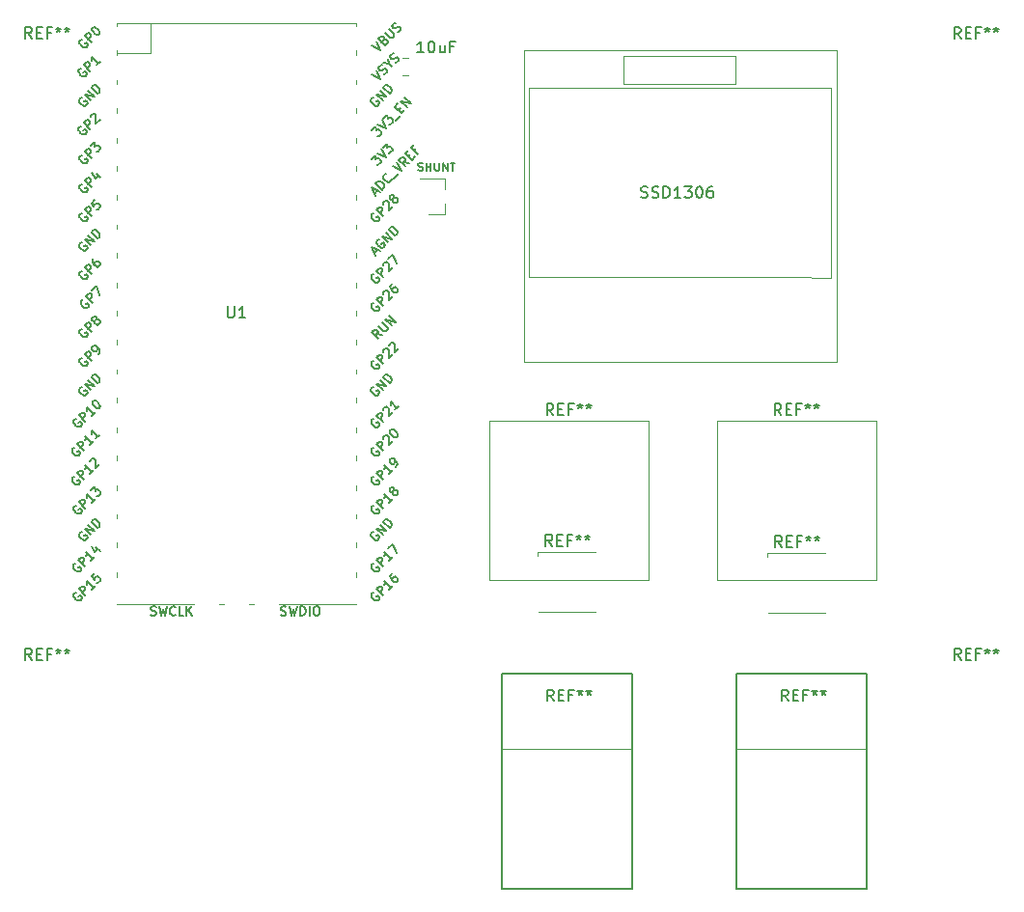
<source format=gbr>
%TF.GenerationSoftware,KiCad,Pcbnew,(7.0.0-0)*%
%TF.CreationDate,2023-02-23T00:34:20-06:00*%
%TF.ProjectId,first_keeb,66697273-745f-46b6-9565-622e6b696361,rev?*%
%TF.SameCoordinates,Original*%
%TF.FileFunction,Legend,Top*%
%TF.FilePolarity,Positive*%
%FSLAX46Y46*%
G04 Gerber Fmt 4.6, Leading zero omitted, Abs format (unit mm)*
G04 Created by KiCad (PCBNEW (7.0.0-0)) date 2023-02-23 00:34:20*
%MOMM*%
%LPD*%
G01*
G04 APERTURE LIST*
%ADD10C,0.150000*%
%ADD11C,0.120000*%
%ADD12C,0.210000*%
G04 APERTURE END LIST*
D10*
%TO.C,SSD1306*%
X75623333Y-81573761D02*
X75766190Y-81621380D01*
X75766190Y-81621380D02*
X76004285Y-81621380D01*
X76004285Y-81621380D02*
X76099523Y-81573761D01*
X76099523Y-81573761D02*
X76147142Y-81526142D01*
X76147142Y-81526142D02*
X76194761Y-81430904D01*
X76194761Y-81430904D02*
X76194761Y-81335666D01*
X76194761Y-81335666D02*
X76147142Y-81240428D01*
X76147142Y-81240428D02*
X76099523Y-81192809D01*
X76099523Y-81192809D02*
X76004285Y-81145190D01*
X76004285Y-81145190D02*
X75813809Y-81097571D01*
X75813809Y-81097571D02*
X75718571Y-81049952D01*
X75718571Y-81049952D02*
X75670952Y-81002333D01*
X75670952Y-81002333D02*
X75623333Y-80907095D01*
X75623333Y-80907095D02*
X75623333Y-80811857D01*
X75623333Y-80811857D02*
X75670952Y-80716619D01*
X75670952Y-80716619D02*
X75718571Y-80669000D01*
X75718571Y-80669000D02*
X75813809Y-80621380D01*
X75813809Y-80621380D02*
X76051904Y-80621380D01*
X76051904Y-80621380D02*
X76194761Y-80669000D01*
X76575714Y-81573761D02*
X76718571Y-81621380D01*
X76718571Y-81621380D02*
X76956666Y-81621380D01*
X76956666Y-81621380D02*
X77051904Y-81573761D01*
X77051904Y-81573761D02*
X77099523Y-81526142D01*
X77099523Y-81526142D02*
X77147142Y-81430904D01*
X77147142Y-81430904D02*
X77147142Y-81335666D01*
X77147142Y-81335666D02*
X77099523Y-81240428D01*
X77099523Y-81240428D02*
X77051904Y-81192809D01*
X77051904Y-81192809D02*
X76956666Y-81145190D01*
X76956666Y-81145190D02*
X76766190Y-81097571D01*
X76766190Y-81097571D02*
X76670952Y-81049952D01*
X76670952Y-81049952D02*
X76623333Y-81002333D01*
X76623333Y-81002333D02*
X76575714Y-80907095D01*
X76575714Y-80907095D02*
X76575714Y-80811857D01*
X76575714Y-80811857D02*
X76623333Y-80716619D01*
X76623333Y-80716619D02*
X76670952Y-80669000D01*
X76670952Y-80669000D02*
X76766190Y-80621380D01*
X76766190Y-80621380D02*
X77004285Y-80621380D01*
X77004285Y-80621380D02*
X77147142Y-80669000D01*
X77575714Y-81621380D02*
X77575714Y-80621380D01*
X77575714Y-80621380D02*
X77813809Y-80621380D01*
X77813809Y-80621380D02*
X77956666Y-80669000D01*
X77956666Y-80669000D02*
X78051904Y-80764238D01*
X78051904Y-80764238D02*
X78099523Y-80859476D01*
X78099523Y-80859476D02*
X78147142Y-81049952D01*
X78147142Y-81049952D02*
X78147142Y-81192809D01*
X78147142Y-81192809D02*
X78099523Y-81383285D01*
X78099523Y-81383285D02*
X78051904Y-81478523D01*
X78051904Y-81478523D02*
X77956666Y-81573761D01*
X77956666Y-81573761D02*
X77813809Y-81621380D01*
X77813809Y-81621380D02*
X77575714Y-81621380D01*
X79099523Y-81621380D02*
X78528095Y-81621380D01*
X78813809Y-81621380D02*
X78813809Y-80621380D01*
X78813809Y-80621380D02*
X78718571Y-80764238D01*
X78718571Y-80764238D02*
X78623333Y-80859476D01*
X78623333Y-80859476D02*
X78528095Y-80907095D01*
X79432857Y-80621380D02*
X80051904Y-80621380D01*
X80051904Y-80621380D02*
X79718571Y-81002333D01*
X79718571Y-81002333D02*
X79861428Y-81002333D01*
X79861428Y-81002333D02*
X79956666Y-81049952D01*
X79956666Y-81049952D02*
X80004285Y-81097571D01*
X80004285Y-81097571D02*
X80051904Y-81192809D01*
X80051904Y-81192809D02*
X80051904Y-81430904D01*
X80051904Y-81430904D02*
X80004285Y-81526142D01*
X80004285Y-81526142D02*
X79956666Y-81573761D01*
X79956666Y-81573761D02*
X79861428Y-81621380D01*
X79861428Y-81621380D02*
X79575714Y-81621380D01*
X79575714Y-81621380D02*
X79480476Y-81573761D01*
X79480476Y-81573761D02*
X79432857Y-81526142D01*
X80670952Y-80621380D02*
X80766190Y-80621380D01*
X80766190Y-80621380D02*
X80861428Y-80669000D01*
X80861428Y-80669000D02*
X80909047Y-80716619D01*
X80909047Y-80716619D02*
X80956666Y-80811857D01*
X80956666Y-80811857D02*
X81004285Y-81002333D01*
X81004285Y-81002333D02*
X81004285Y-81240428D01*
X81004285Y-81240428D02*
X80956666Y-81430904D01*
X80956666Y-81430904D02*
X80909047Y-81526142D01*
X80909047Y-81526142D02*
X80861428Y-81573761D01*
X80861428Y-81573761D02*
X80766190Y-81621380D01*
X80766190Y-81621380D02*
X80670952Y-81621380D01*
X80670952Y-81621380D02*
X80575714Y-81573761D01*
X80575714Y-81573761D02*
X80528095Y-81526142D01*
X80528095Y-81526142D02*
X80480476Y-81430904D01*
X80480476Y-81430904D02*
X80432857Y-81240428D01*
X80432857Y-81240428D02*
X80432857Y-81002333D01*
X80432857Y-81002333D02*
X80480476Y-80811857D01*
X80480476Y-80811857D02*
X80528095Y-80716619D01*
X80528095Y-80716619D02*
X80575714Y-80669000D01*
X80575714Y-80669000D02*
X80670952Y-80621380D01*
X81861428Y-80621380D02*
X81670952Y-80621380D01*
X81670952Y-80621380D02*
X81575714Y-80669000D01*
X81575714Y-80669000D02*
X81528095Y-80716619D01*
X81528095Y-80716619D02*
X81432857Y-80859476D01*
X81432857Y-80859476D02*
X81385238Y-81049952D01*
X81385238Y-81049952D02*
X81385238Y-81430904D01*
X81385238Y-81430904D02*
X81432857Y-81526142D01*
X81432857Y-81526142D02*
X81480476Y-81573761D01*
X81480476Y-81573761D02*
X81575714Y-81621380D01*
X81575714Y-81621380D02*
X81766190Y-81621380D01*
X81766190Y-81621380D02*
X81861428Y-81573761D01*
X81861428Y-81573761D02*
X81909047Y-81526142D01*
X81909047Y-81526142D02*
X81956666Y-81430904D01*
X81956666Y-81430904D02*
X81956666Y-81192809D01*
X81956666Y-81192809D02*
X81909047Y-81097571D01*
X81909047Y-81097571D02*
X81861428Y-81049952D01*
X81861428Y-81049952D02*
X81766190Y-81002333D01*
X81766190Y-81002333D02*
X81575714Y-81002333D01*
X81575714Y-81002333D02*
X81480476Y-81049952D01*
X81480476Y-81049952D02*
X81432857Y-81097571D01*
X81432857Y-81097571D02*
X81385238Y-81192809D01*
%TO.C,REF\u002A\u002A*%
X103666666Y-122147380D02*
X103333333Y-121671190D01*
X103095238Y-122147380D02*
X103095238Y-121147380D01*
X103095238Y-121147380D02*
X103476190Y-121147380D01*
X103476190Y-121147380D02*
X103571428Y-121195000D01*
X103571428Y-121195000D02*
X103619047Y-121242619D01*
X103619047Y-121242619D02*
X103666666Y-121337857D01*
X103666666Y-121337857D02*
X103666666Y-121480714D01*
X103666666Y-121480714D02*
X103619047Y-121575952D01*
X103619047Y-121575952D02*
X103571428Y-121623571D01*
X103571428Y-121623571D02*
X103476190Y-121671190D01*
X103476190Y-121671190D02*
X103095238Y-121671190D01*
X104095238Y-121623571D02*
X104428571Y-121623571D01*
X104571428Y-122147380D02*
X104095238Y-122147380D01*
X104095238Y-122147380D02*
X104095238Y-121147380D01*
X104095238Y-121147380D02*
X104571428Y-121147380D01*
X105333333Y-121623571D02*
X105000000Y-121623571D01*
X105000000Y-122147380D02*
X105000000Y-121147380D01*
X105000000Y-121147380D02*
X105476190Y-121147380D01*
X106000000Y-121147380D02*
X106000000Y-121385476D01*
X105761905Y-121290238D02*
X106000000Y-121385476D01*
X106000000Y-121385476D02*
X106238095Y-121290238D01*
X105857143Y-121575952D02*
X106000000Y-121385476D01*
X106000000Y-121385476D02*
X106142857Y-121575952D01*
X106761905Y-121147380D02*
X106761905Y-121385476D01*
X106523810Y-121290238D02*
X106761905Y-121385476D01*
X106761905Y-121385476D02*
X107000000Y-121290238D01*
X106619048Y-121575952D02*
X106761905Y-121385476D01*
X106761905Y-121385476D02*
X106904762Y-121575952D01*
X88526666Y-125760380D02*
X88193333Y-125284190D01*
X87955238Y-125760380D02*
X87955238Y-124760380D01*
X87955238Y-124760380D02*
X88336190Y-124760380D01*
X88336190Y-124760380D02*
X88431428Y-124808000D01*
X88431428Y-124808000D02*
X88479047Y-124855619D01*
X88479047Y-124855619D02*
X88526666Y-124950857D01*
X88526666Y-124950857D02*
X88526666Y-125093714D01*
X88526666Y-125093714D02*
X88479047Y-125188952D01*
X88479047Y-125188952D02*
X88431428Y-125236571D01*
X88431428Y-125236571D02*
X88336190Y-125284190D01*
X88336190Y-125284190D02*
X87955238Y-125284190D01*
X88955238Y-125236571D02*
X89288571Y-125236571D01*
X89431428Y-125760380D02*
X88955238Y-125760380D01*
X88955238Y-125760380D02*
X88955238Y-124760380D01*
X88955238Y-124760380D02*
X89431428Y-124760380D01*
X90193333Y-125236571D02*
X89860000Y-125236571D01*
X89860000Y-125760380D02*
X89860000Y-124760380D01*
X89860000Y-124760380D02*
X90336190Y-124760380D01*
X90860000Y-124760380D02*
X90860000Y-124998476D01*
X90621905Y-124903238D02*
X90860000Y-124998476D01*
X90860000Y-124998476D02*
X91098095Y-124903238D01*
X90717143Y-125188952D02*
X90860000Y-124998476D01*
X90860000Y-124998476D02*
X91002857Y-125188952D01*
X91621905Y-124760380D02*
X91621905Y-124998476D01*
X91383810Y-124903238D02*
X91621905Y-124998476D01*
X91621905Y-124998476D02*
X91860000Y-124903238D01*
X91479048Y-125188952D02*
X91621905Y-124998476D01*
X91621905Y-124998476D02*
X91764762Y-125188952D01*
X22166666Y-67647380D02*
X21833333Y-67171190D01*
X21595238Y-67647380D02*
X21595238Y-66647380D01*
X21595238Y-66647380D02*
X21976190Y-66647380D01*
X21976190Y-66647380D02*
X22071428Y-66695000D01*
X22071428Y-66695000D02*
X22119047Y-66742619D01*
X22119047Y-66742619D02*
X22166666Y-66837857D01*
X22166666Y-66837857D02*
X22166666Y-66980714D01*
X22166666Y-66980714D02*
X22119047Y-67075952D01*
X22119047Y-67075952D02*
X22071428Y-67123571D01*
X22071428Y-67123571D02*
X21976190Y-67171190D01*
X21976190Y-67171190D02*
X21595238Y-67171190D01*
X22595238Y-67123571D02*
X22928571Y-67123571D01*
X23071428Y-67647380D02*
X22595238Y-67647380D01*
X22595238Y-67647380D02*
X22595238Y-66647380D01*
X22595238Y-66647380D02*
X23071428Y-66647380D01*
X23833333Y-67123571D02*
X23500000Y-67123571D01*
X23500000Y-67647380D02*
X23500000Y-66647380D01*
X23500000Y-66647380D02*
X23976190Y-66647380D01*
X24500000Y-66647380D02*
X24500000Y-66885476D01*
X24261905Y-66790238D02*
X24500000Y-66885476D01*
X24500000Y-66885476D02*
X24738095Y-66790238D01*
X24357143Y-67075952D02*
X24500000Y-66885476D01*
X24500000Y-66885476D02*
X24642857Y-67075952D01*
X25261905Y-66647380D02*
X25261905Y-66885476D01*
X25023810Y-66790238D02*
X25261905Y-66885476D01*
X25261905Y-66885476D02*
X25500000Y-66790238D01*
X25119048Y-67075952D02*
X25261905Y-66885476D01*
X25261905Y-66885476D02*
X25404762Y-67075952D01*
%TO.C,SHUNT*%
X56083334Y-79208833D02*
X56183334Y-79242166D01*
X56183334Y-79242166D02*
X56350001Y-79242166D01*
X56350001Y-79242166D02*
X56416667Y-79208833D01*
X56416667Y-79208833D02*
X56450001Y-79175500D01*
X56450001Y-79175500D02*
X56483334Y-79108833D01*
X56483334Y-79108833D02*
X56483334Y-79042166D01*
X56483334Y-79042166D02*
X56450001Y-78975500D01*
X56450001Y-78975500D02*
X56416667Y-78942166D01*
X56416667Y-78942166D02*
X56350001Y-78908833D01*
X56350001Y-78908833D02*
X56216667Y-78875500D01*
X56216667Y-78875500D02*
X56150001Y-78842166D01*
X56150001Y-78842166D02*
X56116667Y-78808833D01*
X56116667Y-78808833D02*
X56083334Y-78742166D01*
X56083334Y-78742166D02*
X56083334Y-78675500D01*
X56083334Y-78675500D02*
X56116667Y-78608833D01*
X56116667Y-78608833D02*
X56150001Y-78575500D01*
X56150001Y-78575500D02*
X56216667Y-78542166D01*
X56216667Y-78542166D02*
X56383334Y-78542166D01*
X56383334Y-78542166D02*
X56483334Y-78575500D01*
X56783334Y-79242166D02*
X56783334Y-78542166D01*
X56783334Y-78875500D02*
X57183334Y-78875500D01*
X57183334Y-79242166D02*
X57183334Y-78542166D01*
X57516667Y-78542166D02*
X57516667Y-79108833D01*
X57516667Y-79108833D02*
X57550001Y-79175500D01*
X57550001Y-79175500D02*
X57583334Y-79208833D01*
X57583334Y-79208833D02*
X57650001Y-79242166D01*
X57650001Y-79242166D02*
X57783334Y-79242166D01*
X57783334Y-79242166D02*
X57850001Y-79208833D01*
X57850001Y-79208833D02*
X57883334Y-79175500D01*
X57883334Y-79175500D02*
X57916667Y-79108833D01*
X57916667Y-79108833D02*
X57916667Y-78542166D01*
X58250000Y-79242166D02*
X58250000Y-78542166D01*
X58250000Y-78542166D02*
X58650000Y-79242166D01*
X58650000Y-79242166D02*
X58650000Y-78542166D01*
X58883333Y-78542166D02*
X59283333Y-78542166D01*
X59083333Y-79242166D02*
X59083333Y-78542166D01*
%TO.C,U1*%
X39348095Y-91137380D02*
X39348095Y-91946904D01*
X39348095Y-91946904D02*
X39395714Y-92042142D01*
X39395714Y-92042142D02*
X39443333Y-92089761D01*
X39443333Y-92089761D02*
X39538571Y-92137380D01*
X39538571Y-92137380D02*
X39729047Y-92137380D01*
X39729047Y-92137380D02*
X39824285Y-92089761D01*
X39824285Y-92089761D02*
X39871904Y-92042142D01*
X39871904Y-92042142D02*
X39919523Y-91946904D01*
X39919523Y-91946904D02*
X39919523Y-91137380D01*
X40919523Y-92137380D02*
X40348095Y-92137380D01*
X40633809Y-92137380D02*
X40633809Y-91137380D01*
X40633809Y-91137380D02*
X40538571Y-91280238D01*
X40538571Y-91280238D02*
X40443333Y-91375476D01*
X40443333Y-91375476D02*
X40348095Y-91423095D01*
X26575013Y-80413134D02*
X26494201Y-80440072D01*
X26494201Y-80440072D02*
X26413388Y-80520884D01*
X26413388Y-80520884D02*
X26359514Y-80628633D01*
X26359514Y-80628633D02*
X26359514Y-80736383D01*
X26359514Y-80736383D02*
X26386451Y-80817195D01*
X26386451Y-80817195D02*
X26467263Y-80951882D01*
X26467263Y-80951882D02*
X26548075Y-81032695D01*
X26548075Y-81032695D02*
X26682762Y-81113507D01*
X26682762Y-81113507D02*
X26763575Y-81140444D01*
X26763575Y-81140444D02*
X26871324Y-81140444D01*
X26871324Y-81140444D02*
X26979074Y-81086569D01*
X26979074Y-81086569D02*
X27032949Y-81032695D01*
X27032949Y-81032695D02*
X27086823Y-80924945D01*
X27086823Y-80924945D02*
X27086823Y-80871070D01*
X27086823Y-80871070D02*
X26898262Y-80682508D01*
X26898262Y-80682508D02*
X26790512Y-80790258D01*
X27383135Y-80682508D02*
X26817449Y-80116823D01*
X26817449Y-80116823D02*
X27032949Y-79901324D01*
X27032949Y-79901324D02*
X27113761Y-79874386D01*
X27113761Y-79874386D02*
X27167636Y-79874386D01*
X27167636Y-79874386D02*
X27248448Y-79901324D01*
X27248448Y-79901324D02*
X27329260Y-79982136D01*
X27329260Y-79982136D02*
X27356197Y-80062948D01*
X27356197Y-80062948D02*
X27356197Y-80116823D01*
X27356197Y-80116823D02*
X27329260Y-80197635D01*
X27329260Y-80197635D02*
X27113761Y-80413134D01*
X27814133Y-79497263D02*
X28191257Y-79874386D01*
X27463947Y-79416450D02*
X27733321Y-79955198D01*
X27733321Y-79955198D02*
X28083507Y-79605012D01*
X52159638Y-95922509D02*
X52078826Y-95949446D01*
X52078826Y-95949446D02*
X51998014Y-96030258D01*
X51998014Y-96030258D02*
X51944139Y-96138008D01*
X51944139Y-96138008D02*
X51944139Y-96245758D01*
X51944139Y-96245758D02*
X51971077Y-96326570D01*
X51971077Y-96326570D02*
X52051889Y-96461257D01*
X52051889Y-96461257D02*
X52132701Y-96542069D01*
X52132701Y-96542069D02*
X52267388Y-96622881D01*
X52267388Y-96622881D02*
X52348200Y-96649819D01*
X52348200Y-96649819D02*
X52455950Y-96649819D01*
X52455950Y-96649819D02*
X52563699Y-96595944D01*
X52563699Y-96595944D02*
X52617574Y-96542069D01*
X52617574Y-96542069D02*
X52671449Y-96434319D01*
X52671449Y-96434319D02*
X52671449Y-96380445D01*
X52671449Y-96380445D02*
X52482887Y-96191883D01*
X52482887Y-96191883D02*
X52375138Y-96299632D01*
X52967760Y-96191883D02*
X52402075Y-95626197D01*
X52402075Y-95626197D02*
X52617574Y-95410698D01*
X52617574Y-95410698D02*
X52698386Y-95383761D01*
X52698386Y-95383761D02*
X52752261Y-95383761D01*
X52752261Y-95383761D02*
X52833073Y-95410698D01*
X52833073Y-95410698D02*
X52913886Y-95491510D01*
X52913886Y-95491510D02*
X52940823Y-95572323D01*
X52940823Y-95572323D02*
X52940823Y-95626197D01*
X52940823Y-95626197D02*
X52913886Y-95707010D01*
X52913886Y-95707010D02*
X52698386Y-95922509D01*
X52994698Y-95141324D02*
X52994698Y-95087449D01*
X52994698Y-95087449D02*
X53021635Y-95006637D01*
X53021635Y-95006637D02*
X53156322Y-94871950D01*
X53156322Y-94871950D02*
X53237134Y-94845013D01*
X53237134Y-94845013D02*
X53291009Y-94845013D01*
X53291009Y-94845013D02*
X53371821Y-94871950D01*
X53371821Y-94871950D02*
X53425696Y-94925825D01*
X53425696Y-94925825D02*
X53479571Y-95033574D01*
X53479571Y-95033574D02*
X53479571Y-95680072D01*
X53479571Y-95680072D02*
X53829757Y-95329886D01*
X53533446Y-94602576D02*
X53533446Y-94548701D01*
X53533446Y-94548701D02*
X53560383Y-94467889D01*
X53560383Y-94467889D02*
X53695070Y-94333202D01*
X53695070Y-94333202D02*
X53775883Y-94306264D01*
X53775883Y-94306264D02*
X53829757Y-94306264D01*
X53829757Y-94306264D02*
X53910570Y-94333202D01*
X53910570Y-94333202D02*
X53964444Y-94387077D01*
X53964444Y-94387077D02*
X54018319Y-94494826D01*
X54018319Y-94494826D02*
X54018319Y-95141324D01*
X54018319Y-95141324D02*
X54368505Y-94791138D01*
X32600475Y-118225809D02*
X32714761Y-118263904D01*
X32714761Y-118263904D02*
X32905237Y-118263904D01*
X32905237Y-118263904D02*
X32981428Y-118225809D01*
X32981428Y-118225809D02*
X33019523Y-118187714D01*
X33019523Y-118187714D02*
X33057618Y-118111523D01*
X33057618Y-118111523D02*
X33057618Y-118035333D01*
X33057618Y-118035333D02*
X33019523Y-117959142D01*
X33019523Y-117959142D02*
X32981428Y-117921047D01*
X32981428Y-117921047D02*
X32905237Y-117882952D01*
X32905237Y-117882952D02*
X32752856Y-117844857D01*
X32752856Y-117844857D02*
X32676666Y-117806761D01*
X32676666Y-117806761D02*
X32638571Y-117768666D01*
X32638571Y-117768666D02*
X32600475Y-117692476D01*
X32600475Y-117692476D02*
X32600475Y-117616285D01*
X32600475Y-117616285D02*
X32638571Y-117540095D01*
X32638571Y-117540095D02*
X32676666Y-117502000D01*
X32676666Y-117502000D02*
X32752856Y-117463904D01*
X32752856Y-117463904D02*
X32943333Y-117463904D01*
X32943333Y-117463904D02*
X33057618Y-117502000D01*
X33324285Y-117463904D02*
X33514761Y-118263904D01*
X33514761Y-118263904D02*
X33667142Y-117692476D01*
X33667142Y-117692476D02*
X33819523Y-118263904D01*
X33819523Y-118263904D02*
X34010000Y-117463904D01*
X34771905Y-118187714D02*
X34733809Y-118225809D01*
X34733809Y-118225809D02*
X34619524Y-118263904D01*
X34619524Y-118263904D02*
X34543333Y-118263904D01*
X34543333Y-118263904D02*
X34429047Y-118225809D01*
X34429047Y-118225809D02*
X34352857Y-118149619D01*
X34352857Y-118149619D02*
X34314762Y-118073428D01*
X34314762Y-118073428D02*
X34276666Y-117921047D01*
X34276666Y-117921047D02*
X34276666Y-117806761D01*
X34276666Y-117806761D02*
X34314762Y-117654380D01*
X34314762Y-117654380D02*
X34352857Y-117578190D01*
X34352857Y-117578190D02*
X34429047Y-117502000D01*
X34429047Y-117502000D02*
X34543333Y-117463904D01*
X34543333Y-117463904D02*
X34619524Y-117463904D01*
X34619524Y-117463904D02*
X34733809Y-117502000D01*
X34733809Y-117502000D02*
X34771905Y-117540095D01*
X35495714Y-118263904D02*
X35114762Y-118263904D01*
X35114762Y-118263904D02*
X35114762Y-117463904D01*
X35762381Y-118263904D02*
X35762381Y-117463904D01*
X36219524Y-118263904D02*
X35876666Y-117806761D01*
X36219524Y-117463904D02*
X35762381Y-117921047D01*
X26575013Y-88033134D02*
X26494201Y-88060072D01*
X26494201Y-88060072D02*
X26413388Y-88140884D01*
X26413388Y-88140884D02*
X26359514Y-88248633D01*
X26359514Y-88248633D02*
X26359514Y-88356383D01*
X26359514Y-88356383D02*
X26386451Y-88437195D01*
X26386451Y-88437195D02*
X26467263Y-88571882D01*
X26467263Y-88571882D02*
X26548075Y-88652695D01*
X26548075Y-88652695D02*
X26682762Y-88733507D01*
X26682762Y-88733507D02*
X26763575Y-88760444D01*
X26763575Y-88760444D02*
X26871324Y-88760444D01*
X26871324Y-88760444D02*
X26979074Y-88706569D01*
X26979074Y-88706569D02*
X27032949Y-88652695D01*
X27032949Y-88652695D02*
X27086823Y-88544945D01*
X27086823Y-88544945D02*
X27086823Y-88491070D01*
X27086823Y-88491070D02*
X26898262Y-88302508D01*
X26898262Y-88302508D02*
X26790512Y-88410258D01*
X27383135Y-88302508D02*
X26817449Y-87736823D01*
X26817449Y-87736823D02*
X27032949Y-87521324D01*
X27032949Y-87521324D02*
X27113761Y-87494386D01*
X27113761Y-87494386D02*
X27167636Y-87494386D01*
X27167636Y-87494386D02*
X27248448Y-87521324D01*
X27248448Y-87521324D02*
X27329260Y-87602136D01*
X27329260Y-87602136D02*
X27356197Y-87682948D01*
X27356197Y-87682948D02*
X27356197Y-87736823D01*
X27356197Y-87736823D02*
X27329260Y-87817635D01*
X27329260Y-87817635D02*
X27113761Y-88033134D01*
X27625571Y-86928701D02*
X27517822Y-87036450D01*
X27517822Y-87036450D02*
X27490884Y-87117263D01*
X27490884Y-87117263D02*
X27490884Y-87171137D01*
X27490884Y-87171137D02*
X27517822Y-87305824D01*
X27517822Y-87305824D02*
X27598634Y-87440511D01*
X27598634Y-87440511D02*
X27814133Y-87656011D01*
X27814133Y-87656011D02*
X27894945Y-87682948D01*
X27894945Y-87682948D02*
X27948820Y-87682948D01*
X27948820Y-87682948D02*
X28029632Y-87656011D01*
X28029632Y-87656011D02*
X28137382Y-87548261D01*
X28137382Y-87548261D02*
X28164319Y-87467449D01*
X28164319Y-87467449D02*
X28164319Y-87413574D01*
X28164319Y-87413574D02*
X28137382Y-87332762D01*
X28137382Y-87332762D02*
X28002695Y-87198075D01*
X28002695Y-87198075D02*
X27921883Y-87171137D01*
X27921883Y-87171137D02*
X27868008Y-87171137D01*
X27868008Y-87171137D02*
X27787196Y-87198075D01*
X27787196Y-87198075D02*
X27679446Y-87305824D01*
X27679446Y-87305824D02*
X27652509Y-87386637D01*
X27652509Y-87386637D02*
X27652509Y-87440511D01*
X27652509Y-87440511D02*
X27679446Y-87521324D01*
X26675013Y-90543134D02*
X26594201Y-90570072D01*
X26594201Y-90570072D02*
X26513388Y-90650884D01*
X26513388Y-90650884D02*
X26459514Y-90758633D01*
X26459514Y-90758633D02*
X26459514Y-90866383D01*
X26459514Y-90866383D02*
X26486451Y-90947195D01*
X26486451Y-90947195D02*
X26567263Y-91081882D01*
X26567263Y-91081882D02*
X26648075Y-91162695D01*
X26648075Y-91162695D02*
X26782762Y-91243507D01*
X26782762Y-91243507D02*
X26863575Y-91270444D01*
X26863575Y-91270444D02*
X26971324Y-91270444D01*
X26971324Y-91270444D02*
X27079074Y-91216569D01*
X27079074Y-91216569D02*
X27132949Y-91162695D01*
X27132949Y-91162695D02*
X27186823Y-91054945D01*
X27186823Y-91054945D02*
X27186823Y-91001070D01*
X27186823Y-91001070D02*
X26998262Y-90812508D01*
X26998262Y-90812508D02*
X26890512Y-90920258D01*
X27483135Y-90812508D02*
X26917449Y-90246823D01*
X26917449Y-90246823D02*
X27132949Y-90031324D01*
X27132949Y-90031324D02*
X27213761Y-90004386D01*
X27213761Y-90004386D02*
X27267636Y-90004386D01*
X27267636Y-90004386D02*
X27348448Y-90031324D01*
X27348448Y-90031324D02*
X27429260Y-90112136D01*
X27429260Y-90112136D02*
X27456197Y-90192948D01*
X27456197Y-90192948D02*
X27456197Y-90246823D01*
X27456197Y-90246823D02*
X27429260Y-90327635D01*
X27429260Y-90327635D02*
X27213761Y-90543134D01*
X27429260Y-89735012D02*
X27806384Y-89357889D01*
X27806384Y-89357889D02*
X28129632Y-90166011D01*
X51984048Y-75680224D02*
X52334234Y-75330038D01*
X52334234Y-75330038D02*
X52361172Y-75734099D01*
X52361172Y-75734099D02*
X52441984Y-75653287D01*
X52441984Y-75653287D02*
X52522796Y-75626350D01*
X52522796Y-75626350D02*
X52576671Y-75626350D01*
X52576671Y-75626350D02*
X52657483Y-75653287D01*
X52657483Y-75653287D02*
X52792170Y-75787974D01*
X52792170Y-75787974D02*
X52819107Y-75868786D01*
X52819107Y-75868786D02*
X52819107Y-75922661D01*
X52819107Y-75922661D02*
X52792170Y-76003473D01*
X52792170Y-76003473D02*
X52630546Y-76165098D01*
X52630546Y-76165098D02*
X52549733Y-76192035D01*
X52549733Y-76192035D02*
X52495859Y-76192035D01*
X52495859Y-75168414D02*
X53250106Y-75545537D01*
X53250106Y-75545537D02*
X52872982Y-74791290D01*
X53007669Y-74656603D02*
X53357855Y-74306417D01*
X53357855Y-74306417D02*
X53384793Y-74710478D01*
X53384793Y-74710478D02*
X53465605Y-74629666D01*
X53465605Y-74629666D02*
X53546417Y-74602728D01*
X53546417Y-74602728D02*
X53600292Y-74602728D01*
X53600292Y-74602728D02*
X53681104Y-74629666D01*
X53681104Y-74629666D02*
X53815791Y-74764353D01*
X53815791Y-74764353D02*
X53842729Y-74845165D01*
X53842729Y-74845165D02*
X53842729Y-74899040D01*
X53842729Y-74899040D02*
X53815791Y-74979852D01*
X53815791Y-74979852D02*
X53654167Y-75141476D01*
X53654167Y-75141476D02*
X53573355Y-75168414D01*
X53573355Y-75168414D02*
X53519480Y-75168414D01*
X54085165Y-74818227D02*
X54516164Y-74387229D01*
X54300665Y-73902356D02*
X54489226Y-73713794D01*
X54866350Y-73929293D02*
X54596976Y-74198667D01*
X54596976Y-74198667D02*
X54031291Y-73632982D01*
X54031291Y-73632982D02*
X54300665Y-73363608D01*
X55108787Y-73686856D02*
X54543102Y-73121171D01*
X54543102Y-73121171D02*
X55432036Y-73363607D01*
X55432036Y-73363607D02*
X54866350Y-72797922D01*
X52159638Y-90842509D02*
X52078826Y-90869446D01*
X52078826Y-90869446D02*
X51998014Y-90950258D01*
X51998014Y-90950258D02*
X51944139Y-91058008D01*
X51944139Y-91058008D02*
X51944139Y-91165758D01*
X51944139Y-91165758D02*
X51971077Y-91246570D01*
X51971077Y-91246570D02*
X52051889Y-91381257D01*
X52051889Y-91381257D02*
X52132701Y-91462069D01*
X52132701Y-91462069D02*
X52267388Y-91542881D01*
X52267388Y-91542881D02*
X52348200Y-91569819D01*
X52348200Y-91569819D02*
X52455950Y-91569819D01*
X52455950Y-91569819D02*
X52563699Y-91515944D01*
X52563699Y-91515944D02*
X52617574Y-91462069D01*
X52617574Y-91462069D02*
X52671449Y-91354319D01*
X52671449Y-91354319D02*
X52671449Y-91300445D01*
X52671449Y-91300445D02*
X52482887Y-91111883D01*
X52482887Y-91111883D02*
X52375138Y-91219632D01*
X52967760Y-91111883D02*
X52402075Y-90546197D01*
X52402075Y-90546197D02*
X52617574Y-90330698D01*
X52617574Y-90330698D02*
X52698386Y-90303761D01*
X52698386Y-90303761D02*
X52752261Y-90303761D01*
X52752261Y-90303761D02*
X52833073Y-90330698D01*
X52833073Y-90330698D02*
X52913886Y-90411510D01*
X52913886Y-90411510D02*
X52940823Y-90492323D01*
X52940823Y-90492323D02*
X52940823Y-90546197D01*
X52940823Y-90546197D02*
X52913886Y-90627010D01*
X52913886Y-90627010D02*
X52698386Y-90842509D01*
X52994698Y-90061324D02*
X52994698Y-90007449D01*
X52994698Y-90007449D02*
X53021635Y-89926637D01*
X53021635Y-89926637D02*
X53156322Y-89791950D01*
X53156322Y-89791950D02*
X53237134Y-89765013D01*
X53237134Y-89765013D02*
X53291009Y-89765013D01*
X53291009Y-89765013D02*
X53371821Y-89791950D01*
X53371821Y-89791950D02*
X53425696Y-89845825D01*
X53425696Y-89845825D02*
X53479571Y-89953574D01*
X53479571Y-89953574D02*
X53479571Y-90600072D01*
X53479571Y-90600072D02*
X53829757Y-90249886D01*
X53748945Y-89199327D02*
X53641196Y-89307077D01*
X53641196Y-89307077D02*
X53614258Y-89387889D01*
X53614258Y-89387889D02*
X53614258Y-89441764D01*
X53614258Y-89441764D02*
X53641196Y-89576451D01*
X53641196Y-89576451D02*
X53722008Y-89711138D01*
X53722008Y-89711138D02*
X53937507Y-89926637D01*
X53937507Y-89926637D02*
X54018319Y-89953574D01*
X54018319Y-89953574D02*
X54072194Y-89953574D01*
X54072194Y-89953574D02*
X54153006Y-89926637D01*
X54153006Y-89926637D02*
X54260756Y-89818887D01*
X54260756Y-89818887D02*
X54287693Y-89738075D01*
X54287693Y-89738075D02*
X54287693Y-89684200D01*
X54287693Y-89684200D02*
X54260756Y-89603388D01*
X54260756Y-89603388D02*
X54126069Y-89468701D01*
X54126069Y-89468701D02*
X54045257Y-89441764D01*
X54045257Y-89441764D02*
X53991382Y-89441764D01*
X53991382Y-89441764D02*
X53910570Y-89468701D01*
X53910570Y-89468701D02*
X53802820Y-89576451D01*
X53802820Y-89576451D02*
X53775883Y-89657263D01*
X53775883Y-89657263D02*
X53775883Y-89711138D01*
X53775883Y-89711138D02*
X53802820Y-89791950D01*
X26548076Y-72820072D02*
X26467263Y-72847009D01*
X26467263Y-72847009D02*
X26386451Y-72927821D01*
X26386451Y-72927821D02*
X26332576Y-73035571D01*
X26332576Y-73035571D02*
X26332576Y-73143320D01*
X26332576Y-73143320D02*
X26359514Y-73224133D01*
X26359514Y-73224133D02*
X26440326Y-73358820D01*
X26440326Y-73358820D02*
X26521138Y-73439632D01*
X26521138Y-73439632D02*
X26655825Y-73520444D01*
X26655825Y-73520444D02*
X26736637Y-73547381D01*
X26736637Y-73547381D02*
X26844387Y-73547381D01*
X26844387Y-73547381D02*
X26952137Y-73493507D01*
X26952137Y-73493507D02*
X27006011Y-73439632D01*
X27006011Y-73439632D02*
X27059886Y-73331882D01*
X27059886Y-73331882D02*
X27059886Y-73278007D01*
X27059886Y-73278007D02*
X26871324Y-73089446D01*
X26871324Y-73089446D02*
X26763575Y-73197195D01*
X27356198Y-73089446D02*
X26790512Y-72523760D01*
X26790512Y-72523760D02*
X27679446Y-72766197D01*
X27679446Y-72766197D02*
X27113761Y-72200511D01*
X27948820Y-72496823D02*
X27383135Y-71931137D01*
X27383135Y-71931137D02*
X27517822Y-71796450D01*
X27517822Y-71796450D02*
X27625571Y-71742576D01*
X27625571Y-71742576D02*
X27733321Y-71742576D01*
X27733321Y-71742576D02*
X27814133Y-71769513D01*
X27814133Y-71769513D02*
X27948820Y-71850325D01*
X27948820Y-71850325D02*
X28029632Y-71931137D01*
X28029632Y-71931137D02*
X28110445Y-72065824D01*
X28110445Y-72065824D02*
X28137382Y-72146637D01*
X28137382Y-72146637D02*
X28137382Y-72254386D01*
X28137382Y-72254386D02*
X28083507Y-72362136D01*
X28083507Y-72362136D02*
X27948820Y-72496823D01*
X26051638Y-108622509D02*
X25970826Y-108649446D01*
X25970826Y-108649446D02*
X25890014Y-108730258D01*
X25890014Y-108730258D02*
X25836139Y-108838008D01*
X25836139Y-108838008D02*
X25836139Y-108945758D01*
X25836139Y-108945758D02*
X25863077Y-109026570D01*
X25863077Y-109026570D02*
X25943889Y-109161257D01*
X25943889Y-109161257D02*
X26024701Y-109242069D01*
X26024701Y-109242069D02*
X26159388Y-109322881D01*
X26159388Y-109322881D02*
X26240200Y-109349819D01*
X26240200Y-109349819D02*
X26347950Y-109349819D01*
X26347950Y-109349819D02*
X26455699Y-109295944D01*
X26455699Y-109295944D02*
X26509574Y-109242069D01*
X26509574Y-109242069D02*
X26563449Y-109134319D01*
X26563449Y-109134319D02*
X26563449Y-109080445D01*
X26563449Y-109080445D02*
X26374887Y-108891883D01*
X26374887Y-108891883D02*
X26267138Y-108999632D01*
X26859760Y-108891883D02*
X26294075Y-108326197D01*
X26294075Y-108326197D02*
X26509574Y-108110698D01*
X26509574Y-108110698D02*
X26590386Y-108083761D01*
X26590386Y-108083761D02*
X26644261Y-108083761D01*
X26644261Y-108083761D02*
X26725073Y-108110698D01*
X26725073Y-108110698D02*
X26805886Y-108191510D01*
X26805886Y-108191510D02*
X26832823Y-108272323D01*
X26832823Y-108272323D02*
X26832823Y-108326197D01*
X26832823Y-108326197D02*
X26805886Y-108407010D01*
X26805886Y-108407010D02*
X26590386Y-108622509D01*
X27721757Y-108029886D02*
X27398508Y-108353135D01*
X27560133Y-108191510D02*
X26994447Y-107625825D01*
X26994447Y-107625825D02*
X27021385Y-107760512D01*
X27021385Y-107760512D02*
X27021385Y-107868261D01*
X27021385Y-107868261D02*
X26994447Y-107949074D01*
X27344634Y-107275638D02*
X27694820Y-106925452D01*
X27694820Y-106925452D02*
X27721757Y-107329513D01*
X27721757Y-107329513D02*
X27802570Y-107248701D01*
X27802570Y-107248701D02*
X27883382Y-107221764D01*
X27883382Y-107221764D02*
X27937257Y-107221764D01*
X27937257Y-107221764D02*
X28018069Y-107248701D01*
X28018069Y-107248701D02*
X28152756Y-107383388D01*
X28152756Y-107383388D02*
X28179693Y-107464200D01*
X28179693Y-107464200D02*
X28179693Y-107518075D01*
X28179693Y-107518075D02*
X28152756Y-107598887D01*
X28152756Y-107598887D02*
X27991131Y-107760512D01*
X27991131Y-107760512D02*
X27910319Y-107787449D01*
X27910319Y-107787449D02*
X27856444Y-107787449D01*
X52159638Y-103542509D02*
X52078826Y-103569446D01*
X52078826Y-103569446D02*
X51998014Y-103650258D01*
X51998014Y-103650258D02*
X51944139Y-103758008D01*
X51944139Y-103758008D02*
X51944139Y-103865758D01*
X51944139Y-103865758D02*
X51971077Y-103946570D01*
X51971077Y-103946570D02*
X52051889Y-104081257D01*
X52051889Y-104081257D02*
X52132701Y-104162069D01*
X52132701Y-104162069D02*
X52267388Y-104242881D01*
X52267388Y-104242881D02*
X52348200Y-104269819D01*
X52348200Y-104269819D02*
X52455950Y-104269819D01*
X52455950Y-104269819D02*
X52563699Y-104215944D01*
X52563699Y-104215944D02*
X52617574Y-104162069D01*
X52617574Y-104162069D02*
X52671449Y-104054319D01*
X52671449Y-104054319D02*
X52671449Y-104000445D01*
X52671449Y-104000445D02*
X52482887Y-103811883D01*
X52482887Y-103811883D02*
X52375138Y-103919632D01*
X52967760Y-103811883D02*
X52402075Y-103246197D01*
X52402075Y-103246197D02*
X52617574Y-103030698D01*
X52617574Y-103030698D02*
X52698386Y-103003761D01*
X52698386Y-103003761D02*
X52752261Y-103003761D01*
X52752261Y-103003761D02*
X52833073Y-103030698D01*
X52833073Y-103030698D02*
X52913886Y-103111510D01*
X52913886Y-103111510D02*
X52940823Y-103192323D01*
X52940823Y-103192323D02*
X52940823Y-103246197D01*
X52940823Y-103246197D02*
X52913886Y-103327010D01*
X52913886Y-103327010D02*
X52698386Y-103542509D01*
X52994698Y-102761324D02*
X52994698Y-102707449D01*
X52994698Y-102707449D02*
X53021635Y-102626637D01*
X53021635Y-102626637D02*
X53156322Y-102491950D01*
X53156322Y-102491950D02*
X53237134Y-102465013D01*
X53237134Y-102465013D02*
X53291009Y-102465013D01*
X53291009Y-102465013D02*
X53371821Y-102491950D01*
X53371821Y-102491950D02*
X53425696Y-102545825D01*
X53425696Y-102545825D02*
X53479571Y-102653574D01*
X53479571Y-102653574D02*
X53479571Y-103300072D01*
X53479571Y-103300072D02*
X53829757Y-102949886D01*
X53614258Y-102034014D02*
X53668133Y-101980139D01*
X53668133Y-101980139D02*
X53748945Y-101953202D01*
X53748945Y-101953202D02*
X53802820Y-101953202D01*
X53802820Y-101953202D02*
X53883632Y-101980139D01*
X53883632Y-101980139D02*
X54018319Y-102060951D01*
X54018319Y-102060951D02*
X54153006Y-102195638D01*
X54153006Y-102195638D02*
X54233818Y-102330326D01*
X54233818Y-102330326D02*
X54260756Y-102411138D01*
X54260756Y-102411138D02*
X54260756Y-102465013D01*
X54260756Y-102465013D02*
X54233818Y-102545825D01*
X54233818Y-102545825D02*
X54179944Y-102599700D01*
X54179944Y-102599700D02*
X54099131Y-102626637D01*
X54099131Y-102626637D02*
X54045257Y-102626637D01*
X54045257Y-102626637D02*
X53964444Y-102599700D01*
X53964444Y-102599700D02*
X53829757Y-102518887D01*
X53829757Y-102518887D02*
X53695070Y-102384200D01*
X53695070Y-102384200D02*
X53614258Y-102249513D01*
X53614258Y-102249513D02*
X53587321Y-102168701D01*
X53587321Y-102168701D02*
X53587321Y-102114826D01*
X53587321Y-102114826D02*
X53614258Y-102034014D01*
X26005638Y-113702509D02*
X25924826Y-113729446D01*
X25924826Y-113729446D02*
X25844014Y-113810258D01*
X25844014Y-113810258D02*
X25790139Y-113918008D01*
X25790139Y-113918008D02*
X25790139Y-114025758D01*
X25790139Y-114025758D02*
X25817077Y-114106570D01*
X25817077Y-114106570D02*
X25897889Y-114241257D01*
X25897889Y-114241257D02*
X25978701Y-114322069D01*
X25978701Y-114322069D02*
X26113388Y-114402881D01*
X26113388Y-114402881D02*
X26194200Y-114429819D01*
X26194200Y-114429819D02*
X26301950Y-114429819D01*
X26301950Y-114429819D02*
X26409699Y-114375944D01*
X26409699Y-114375944D02*
X26463574Y-114322069D01*
X26463574Y-114322069D02*
X26517449Y-114214319D01*
X26517449Y-114214319D02*
X26517449Y-114160445D01*
X26517449Y-114160445D02*
X26328887Y-113971883D01*
X26328887Y-113971883D02*
X26221138Y-114079632D01*
X26813760Y-113971883D02*
X26248075Y-113406197D01*
X26248075Y-113406197D02*
X26463574Y-113190698D01*
X26463574Y-113190698D02*
X26544386Y-113163761D01*
X26544386Y-113163761D02*
X26598261Y-113163761D01*
X26598261Y-113163761D02*
X26679073Y-113190698D01*
X26679073Y-113190698D02*
X26759886Y-113271510D01*
X26759886Y-113271510D02*
X26786823Y-113352323D01*
X26786823Y-113352323D02*
X26786823Y-113406197D01*
X26786823Y-113406197D02*
X26759886Y-113487010D01*
X26759886Y-113487010D02*
X26544386Y-113702509D01*
X27675757Y-113109886D02*
X27352508Y-113433135D01*
X27514133Y-113271510D02*
X26948447Y-112705825D01*
X26948447Y-112705825D02*
X26975385Y-112840512D01*
X26975385Y-112840512D02*
X26975385Y-112948261D01*
X26975385Y-112948261D02*
X26948447Y-113029074D01*
X27783507Y-112247889D02*
X28160631Y-112625013D01*
X27433321Y-112167077D02*
X27702695Y-112705825D01*
X27702695Y-112705825D02*
X28052881Y-112355638D01*
X26051638Y-116242509D02*
X25970826Y-116269446D01*
X25970826Y-116269446D02*
X25890014Y-116350258D01*
X25890014Y-116350258D02*
X25836139Y-116458008D01*
X25836139Y-116458008D02*
X25836139Y-116565758D01*
X25836139Y-116565758D02*
X25863077Y-116646570D01*
X25863077Y-116646570D02*
X25943889Y-116781257D01*
X25943889Y-116781257D02*
X26024701Y-116862069D01*
X26024701Y-116862069D02*
X26159388Y-116942881D01*
X26159388Y-116942881D02*
X26240200Y-116969819D01*
X26240200Y-116969819D02*
X26347950Y-116969819D01*
X26347950Y-116969819D02*
X26455699Y-116915944D01*
X26455699Y-116915944D02*
X26509574Y-116862069D01*
X26509574Y-116862069D02*
X26563449Y-116754319D01*
X26563449Y-116754319D02*
X26563449Y-116700445D01*
X26563449Y-116700445D02*
X26374887Y-116511883D01*
X26374887Y-116511883D02*
X26267138Y-116619632D01*
X26859760Y-116511883D02*
X26294075Y-115946197D01*
X26294075Y-115946197D02*
X26509574Y-115730698D01*
X26509574Y-115730698D02*
X26590386Y-115703761D01*
X26590386Y-115703761D02*
X26644261Y-115703761D01*
X26644261Y-115703761D02*
X26725073Y-115730698D01*
X26725073Y-115730698D02*
X26805886Y-115811510D01*
X26805886Y-115811510D02*
X26832823Y-115892323D01*
X26832823Y-115892323D02*
X26832823Y-115946197D01*
X26832823Y-115946197D02*
X26805886Y-116027010D01*
X26805886Y-116027010D02*
X26590386Y-116242509D01*
X27721757Y-115649886D02*
X27398508Y-115973135D01*
X27560133Y-115811510D02*
X26994447Y-115245825D01*
X26994447Y-115245825D02*
X27021385Y-115380512D01*
X27021385Y-115380512D02*
X27021385Y-115488261D01*
X27021385Y-115488261D02*
X26994447Y-115569074D01*
X27667883Y-114572390D02*
X27398509Y-114841764D01*
X27398509Y-114841764D02*
X27640945Y-115138075D01*
X27640945Y-115138075D02*
X27640945Y-115084200D01*
X27640945Y-115084200D02*
X27667883Y-115003388D01*
X27667883Y-115003388D02*
X27802570Y-114868701D01*
X27802570Y-114868701D02*
X27883382Y-114841764D01*
X27883382Y-114841764D02*
X27937257Y-114841764D01*
X27937257Y-114841764D02*
X28018069Y-114868701D01*
X28018069Y-114868701D02*
X28152756Y-115003388D01*
X28152756Y-115003388D02*
X28179693Y-115084200D01*
X28179693Y-115084200D02*
X28179693Y-115138075D01*
X28179693Y-115138075D02*
X28152756Y-115218887D01*
X28152756Y-115218887D02*
X28018069Y-115353574D01*
X28018069Y-115353574D02*
X27937257Y-115380512D01*
X27937257Y-115380512D02*
X27883382Y-115380512D01*
X52148076Y-98220072D02*
X52067263Y-98247009D01*
X52067263Y-98247009D02*
X51986451Y-98327821D01*
X51986451Y-98327821D02*
X51932576Y-98435571D01*
X51932576Y-98435571D02*
X51932576Y-98543320D01*
X51932576Y-98543320D02*
X51959514Y-98624133D01*
X51959514Y-98624133D02*
X52040326Y-98758820D01*
X52040326Y-98758820D02*
X52121138Y-98839632D01*
X52121138Y-98839632D02*
X52255825Y-98920444D01*
X52255825Y-98920444D02*
X52336637Y-98947381D01*
X52336637Y-98947381D02*
X52444387Y-98947381D01*
X52444387Y-98947381D02*
X52552137Y-98893507D01*
X52552137Y-98893507D02*
X52606011Y-98839632D01*
X52606011Y-98839632D02*
X52659886Y-98731882D01*
X52659886Y-98731882D02*
X52659886Y-98678007D01*
X52659886Y-98678007D02*
X52471324Y-98489446D01*
X52471324Y-98489446D02*
X52363575Y-98597195D01*
X52956198Y-98489446D02*
X52390512Y-97923760D01*
X52390512Y-97923760D02*
X53279446Y-98166197D01*
X53279446Y-98166197D02*
X52713761Y-97600511D01*
X53548820Y-97896823D02*
X52983135Y-97331137D01*
X52983135Y-97331137D02*
X53117822Y-97196450D01*
X53117822Y-97196450D02*
X53225571Y-97142576D01*
X53225571Y-97142576D02*
X53333321Y-97142576D01*
X53333321Y-97142576D02*
X53414133Y-97169513D01*
X53414133Y-97169513D02*
X53548820Y-97250325D01*
X53548820Y-97250325D02*
X53629632Y-97331137D01*
X53629632Y-97331137D02*
X53710445Y-97465824D01*
X53710445Y-97465824D02*
X53737382Y-97546637D01*
X53737382Y-97546637D02*
X53737382Y-97654386D01*
X53737382Y-97654386D02*
X53683507Y-97762136D01*
X53683507Y-97762136D02*
X53548820Y-97896823D01*
X51951764Y-78212509D02*
X52301950Y-77862322D01*
X52301950Y-77862322D02*
X52328887Y-78266383D01*
X52328887Y-78266383D02*
X52409699Y-78185571D01*
X52409699Y-78185571D02*
X52490512Y-78158634D01*
X52490512Y-78158634D02*
X52544386Y-78158634D01*
X52544386Y-78158634D02*
X52625199Y-78185571D01*
X52625199Y-78185571D02*
X52759886Y-78320258D01*
X52759886Y-78320258D02*
X52786823Y-78401070D01*
X52786823Y-78401070D02*
X52786823Y-78454945D01*
X52786823Y-78454945D02*
X52759886Y-78535757D01*
X52759886Y-78535757D02*
X52598261Y-78697382D01*
X52598261Y-78697382D02*
X52517449Y-78724319D01*
X52517449Y-78724319D02*
X52463574Y-78724319D01*
X52463574Y-77700698D02*
X53217822Y-78077821D01*
X53217822Y-78077821D02*
X52840698Y-77323574D01*
X52975385Y-77188887D02*
X53325571Y-76838701D01*
X53325571Y-76838701D02*
X53352508Y-77242762D01*
X53352508Y-77242762D02*
X53433321Y-77161950D01*
X53433321Y-77161950D02*
X53514133Y-77135013D01*
X53514133Y-77135013D02*
X53568008Y-77135013D01*
X53568008Y-77135013D02*
X53648820Y-77161950D01*
X53648820Y-77161950D02*
X53783507Y-77296637D01*
X53783507Y-77296637D02*
X53810444Y-77377449D01*
X53810444Y-77377449D02*
X53810444Y-77431324D01*
X53810444Y-77431324D02*
X53783507Y-77512136D01*
X53783507Y-77512136D02*
X53621882Y-77673761D01*
X53621882Y-77673761D02*
X53541070Y-77700698D01*
X53541070Y-77700698D02*
X53487195Y-77700698D01*
X52900292Y-93665351D02*
X52442356Y-93584539D01*
X52577043Y-93988600D02*
X52011358Y-93422914D01*
X52011358Y-93422914D02*
X52226857Y-93207415D01*
X52226857Y-93207415D02*
X52307669Y-93180478D01*
X52307669Y-93180478D02*
X52361544Y-93180478D01*
X52361544Y-93180478D02*
X52442356Y-93207415D01*
X52442356Y-93207415D02*
X52523168Y-93288227D01*
X52523168Y-93288227D02*
X52550106Y-93369040D01*
X52550106Y-93369040D02*
X52550106Y-93422914D01*
X52550106Y-93422914D02*
X52523168Y-93503727D01*
X52523168Y-93503727D02*
X52307669Y-93719226D01*
X52577043Y-92857229D02*
X53034979Y-93315165D01*
X53034979Y-93315165D02*
X53115791Y-93342102D01*
X53115791Y-93342102D02*
X53169666Y-93342102D01*
X53169666Y-93342102D02*
X53250478Y-93315165D01*
X53250478Y-93315165D02*
X53358228Y-93207415D01*
X53358228Y-93207415D02*
X53385165Y-93126603D01*
X53385165Y-93126603D02*
X53385165Y-93072728D01*
X53385165Y-93072728D02*
X53358228Y-92991916D01*
X53358228Y-92991916D02*
X52900292Y-92533980D01*
X53735351Y-92830292D02*
X53169666Y-92264606D01*
X53169666Y-92264606D02*
X54058600Y-92507043D01*
X54058600Y-92507043D02*
X53492915Y-91941358D01*
X25905638Y-103542509D02*
X25824826Y-103569446D01*
X25824826Y-103569446D02*
X25744014Y-103650258D01*
X25744014Y-103650258D02*
X25690139Y-103758008D01*
X25690139Y-103758008D02*
X25690139Y-103865758D01*
X25690139Y-103865758D02*
X25717077Y-103946570D01*
X25717077Y-103946570D02*
X25797889Y-104081257D01*
X25797889Y-104081257D02*
X25878701Y-104162069D01*
X25878701Y-104162069D02*
X26013388Y-104242881D01*
X26013388Y-104242881D02*
X26094200Y-104269819D01*
X26094200Y-104269819D02*
X26201950Y-104269819D01*
X26201950Y-104269819D02*
X26309699Y-104215944D01*
X26309699Y-104215944D02*
X26363574Y-104162069D01*
X26363574Y-104162069D02*
X26417449Y-104054319D01*
X26417449Y-104054319D02*
X26417449Y-104000445D01*
X26417449Y-104000445D02*
X26228887Y-103811883D01*
X26228887Y-103811883D02*
X26121138Y-103919632D01*
X26713760Y-103811883D02*
X26148075Y-103246197D01*
X26148075Y-103246197D02*
X26363574Y-103030698D01*
X26363574Y-103030698D02*
X26444386Y-103003761D01*
X26444386Y-103003761D02*
X26498261Y-103003761D01*
X26498261Y-103003761D02*
X26579073Y-103030698D01*
X26579073Y-103030698D02*
X26659886Y-103111510D01*
X26659886Y-103111510D02*
X26686823Y-103192323D01*
X26686823Y-103192323D02*
X26686823Y-103246197D01*
X26686823Y-103246197D02*
X26659886Y-103327010D01*
X26659886Y-103327010D02*
X26444386Y-103542509D01*
X27575757Y-102949886D02*
X27252508Y-103273135D01*
X27414133Y-103111510D02*
X26848447Y-102545825D01*
X26848447Y-102545825D02*
X26875385Y-102680512D01*
X26875385Y-102680512D02*
X26875385Y-102788261D01*
X26875385Y-102788261D02*
X26848447Y-102869074D01*
X28114505Y-102411138D02*
X27791257Y-102734387D01*
X27952881Y-102572762D02*
X27387196Y-102007077D01*
X27387196Y-102007077D02*
X27414133Y-102141764D01*
X27414133Y-102141764D02*
X27414133Y-102249513D01*
X27414133Y-102249513D02*
X27387196Y-102330326D01*
X26575013Y-93113134D02*
X26494201Y-93140072D01*
X26494201Y-93140072D02*
X26413388Y-93220884D01*
X26413388Y-93220884D02*
X26359514Y-93328633D01*
X26359514Y-93328633D02*
X26359514Y-93436383D01*
X26359514Y-93436383D02*
X26386451Y-93517195D01*
X26386451Y-93517195D02*
X26467263Y-93651882D01*
X26467263Y-93651882D02*
X26548075Y-93732695D01*
X26548075Y-93732695D02*
X26682762Y-93813507D01*
X26682762Y-93813507D02*
X26763575Y-93840444D01*
X26763575Y-93840444D02*
X26871324Y-93840444D01*
X26871324Y-93840444D02*
X26979074Y-93786569D01*
X26979074Y-93786569D02*
X27032949Y-93732695D01*
X27032949Y-93732695D02*
X27086823Y-93624945D01*
X27086823Y-93624945D02*
X27086823Y-93571070D01*
X27086823Y-93571070D02*
X26898262Y-93382508D01*
X26898262Y-93382508D02*
X26790512Y-93490258D01*
X27383135Y-93382508D02*
X26817449Y-92816823D01*
X26817449Y-92816823D02*
X27032949Y-92601324D01*
X27032949Y-92601324D02*
X27113761Y-92574386D01*
X27113761Y-92574386D02*
X27167636Y-92574386D01*
X27167636Y-92574386D02*
X27248448Y-92601324D01*
X27248448Y-92601324D02*
X27329260Y-92682136D01*
X27329260Y-92682136D02*
X27356197Y-92762948D01*
X27356197Y-92762948D02*
X27356197Y-92816823D01*
X27356197Y-92816823D02*
X27329260Y-92897635D01*
X27329260Y-92897635D02*
X27113761Y-93113134D01*
X27706384Y-92412762D02*
X27625571Y-92439699D01*
X27625571Y-92439699D02*
X27571697Y-92439699D01*
X27571697Y-92439699D02*
X27490884Y-92412762D01*
X27490884Y-92412762D02*
X27463947Y-92385824D01*
X27463947Y-92385824D02*
X27437010Y-92305012D01*
X27437010Y-92305012D02*
X27437010Y-92251137D01*
X27437010Y-92251137D02*
X27463947Y-92170325D01*
X27463947Y-92170325D02*
X27571697Y-92062576D01*
X27571697Y-92062576D02*
X27652509Y-92035638D01*
X27652509Y-92035638D02*
X27706384Y-92035638D01*
X27706384Y-92035638D02*
X27787196Y-92062576D01*
X27787196Y-92062576D02*
X27814133Y-92089513D01*
X27814133Y-92089513D02*
X27841071Y-92170325D01*
X27841071Y-92170325D02*
X27841071Y-92224200D01*
X27841071Y-92224200D02*
X27814133Y-92305012D01*
X27814133Y-92305012D02*
X27706384Y-92412762D01*
X27706384Y-92412762D02*
X27679446Y-92493574D01*
X27679446Y-92493574D02*
X27679446Y-92547449D01*
X27679446Y-92547449D02*
X27706384Y-92628261D01*
X27706384Y-92628261D02*
X27814133Y-92736011D01*
X27814133Y-92736011D02*
X27894945Y-92762948D01*
X27894945Y-92762948D02*
X27948820Y-92762948D01*
X27948820Y-92762948D02*
X28029632Y-92736011D01*
X28029632Y-92736011D02*
X28137382Y-92628261D01*
X28137382Y-92628261D02*
X28164319Y-92547449D01*
X28164319Y-92547449D02*
X28164319Y-92493574D01*
X28164319Y-92493574D02*
X28137382Y-92412762D01*
X28137382Y-92412762D02*
X28029632Y-92305012D01*
X28029632Y-92305012D02*
X27948820Y-92278075D01*
X27948820Y-92278075D02*
X27894945Y-92278075D01*
X27894945Y-92278075D02*
X27814133Y-92305012D01*
X26475013Y-70243134D02*
X26394201Y-70270072D01*
X26394201Y-70270072D02*
X26313388Y-70350884D01*
X26313388Y-70350884D02*
X26259514Y-70458633D01*
X26259514Y-70458633D02*
X26259514Y-70566383D01*
X26259514Y-70566383D02*
X26286451Y-70647195D01*
X26286451Y-70647195D02*
X26367263Y-70781882D01*
X26367263Y-70781882D02*
X26448075Y-70862695D01*
X26448075Y-70862695D02*
X26582762Y-70943507D01*
X26582762Y-70943507D02*
X26663575Y-70970444D01*
X26663575Y-70970444D02*
X26771324Y-70970444D01*
X26771324Y-70970444D02*
X26879074Y-70916569D01*
X26879074Y-70916569D02*
X26932949Y-70862695D01*
X26932949Y-70862695D02*
X26986823Y-70754945D01*
X26986823Y-70754945D02*
X26986823Y-70701070D01*
X26986823Y-70701070D02*
X26798262Y-70512508D01*
X26798262Y-70512508D02*
X26690512Y-70620258D01*
X27283135Y-70512508D02*
X26717449Y-69946823D01*
X26717449Y-69946823D02*
X26932949Y-69731324D01*
X26932949Y-69731324D02*
X27013761Y-69704386D01*
X27013761Y-69704386D02*
X27067636Y-69704386D01*
X27067636Y-69704386D02*
X27148448Y-69731324D01*
X27148448Y-69731324D02*
X27229260Y-69812136D01*
X27229260Y-69812136D02*
X27256197Y-69892948D01*
X27256197Y-69892948D02*
X27256197Y-69946823D01*
X27256197Y-69946823D02*
X27229260Y-70027635D01*
X27229260Y-70027635D02*
X27013761Y-70243134D01*
X28145132Y-69650511D02*
X27821883Y-69973760D01*
X27983507Y-69812136D02*
X27417822Y-69246450D01*
X27417822Y-69246450D02*
X27444759Y-69381137D01*
X27444759Y-69381137D02*
X27444759Y-69488887D01*
X27444759Y-69488887D02*
X27417822Y-69569699D01*
X26575013Y-67713134D02*
X26494201Y-67740072D01*
X26494201Y-67740072D02*
X26413388Y-67820884D01*
X26413388Y-67820884D02*
X26359514Y-67928633D01*
X26359514Y-67928633D02*
X26359514Y-68036383D01*
X26359514Y-68036383D02*
X26386451Y-68117195D01*
X26386451Y-68117195D02*
X26467263Y-68251882D01*
X26467263Y-68251882D02*
X26548075Y-68332695D01*
X26548075Y-68332695D02*
X26682762Y-68413507D01*
X26682762Y-68413507D02*
X26763575Y-68440444D01*
X26763575Y-68440444D02*
X26871324Y-68440444D01*
X26871324Y-68440444D02*
X26979074Y-68386569D01*
X26979074Y-68386569D02*
X27032949Y-68332695D01*
X27032949Y-68332695D02*
X27086823Y-68224945D01*
X27086823Y-68224945D02*
X27086823Y-68171070D01*
X27086823Y-68171070D02*
X26898262Y-67982508D01*
X26898262Y-67982508D02*
X26790512Y-68090258D01*
X27383135Y-67982508D02*
X26817449Y-67416823D01*
X26817449Y-67416823D02*
X27032949Y-67201324D01*
X27032949Y-67201324D02*
X27113761Y-67174386D01*
X27113761Y-67174386D02*
X27167636Y-67174386D01*
X27167636Y-67174386D02*
X27248448Y-67201324D01*
X27248448Y-67201324D02*
X27329260Y-67282136D01*
X27329260Y-67282136D02*
X27356197Y-67362948D01*
X27356197Y-67362948D02*
X27356197Y-67416823D01*
X27356197Y-67416823D02*
X27329260Y-67497635D01*
X27329260Y-67497635D02*
X27113761Y-67713134D01*
X27490884Y-66743388D02*
X27544759Y-66689513D01*
X27544759Y-66689513D02*
X27625571Y-66662576D01*
X27625571Y-66662576D02*
X27679446Y-66662576D01*
X27679446Y-66662576D02*
X27760258Y-66689513D01*
X27760258Y-66689513D02*
X27894945Y-66770325D01*
X27894945Y-66770325D02*
X28029632Y-66905012D01*
X28029632Y-66905012D02*
X28110445Y-67039699D01*
X28110445Y-67039699D02*
X28137382Y-67120511D01*
X28137382Y-67120511D02*
X28137382Y-67174386D01*
X28137382Y-67174386D02*
X28110445Y-67255198D01*
X28110445Y-67255198D02*
X28056570Y-67309073D01*
X28056570Y-67309073D02*
X27975758Y-67336011D01*
X27975758Y-67336011D02*
X27921883Y-67336011D01*
X27921883Y-67336011D02*
X27841071Y-67309073D01*
X27841071Y-67309073D02*
X27706384Y-67228261D01*
X27706384Y-67228261D02*
X27571697Y-67093574D01*
X27571697Y-67093574D02*
X27490884Y-66958887D01*
X27490884Y-66958887D02*
X27463947Y-66878075D01*
X27463947Y-66878075D02*
X27463947Y-66824200D01*
X27463947Y-66824200D02*
X27490884Y-66743388D01*
X52159638Y-116242509D02*
X52078826Y-116269446D01*
X52078826Y-116269446D02*
X51998014Y-116350258D01*
X51998014Y-116350258D02*
X51944139Y-116458008D01*
X51944139Y-116458008D02*
X51944139Y-116565758D01*
X51944139Y-116565758D02*
X51971077Y-116646570D01*
X51971077Y-116646570D02*
X52051889Y-116781257D01*
X52051889Y-116781257D02*
X52132701Y-116862069D01*
X52132701Y-116862069D02*
X52267388Y-116942881D01*
X52267388Y-116942881D02*
X52348200Y-116969819D01*
X52348200Y-116969819D02*
X52455950Y-116969819D01*
X52455950Y-116969819D02*
X52563699Y-116915944D01*
X52563699Y-116915944D02*
X52617574Y-116862069D01*
X52617574Y-116862069D02*
X52671449Y-116754319D01*
X52671449Y-116754319D02*
X52671449Y-116700445D01*
X52671449Y-116700445D02*
X52482887Y-116511883D01*
X52482887Y-116511883D02*
X52375138Y-116619632D01*
X52967760Y-116511883D02*
X52402075Y-115946197D01*
X52402075Y-115946197D02*
X52617574Y-115730698D01*
X52617574Y-115730698D02*
X52698386Y-115703761D01*
X52698386Y-115703761D02*
X52752261Y-115703761D01*
X52752261Y-115703761D02*
X52833073Y-115730698D01*
X52833073Y-115730698D02*
X52913886Y-115811510D01*
X52913886Y-115811510D02*
X52940823Y-115892323D01*
X52940823Y-115892323D02*
X52940823Y-115946197D01*
X52940823Y-115946197D02*
X52913886Y-116027010D01*
X52913886Y-116027010D02*
X52698386Y-116242509D01*
X53829757Y-115649886D02*
X53506508Y-115973135D01*
X53668133Y-115811510D02*
X53102447Y-115245825D01*
X53102447Y-115245825D02*
X53129385Y-115380512D01*
X53129385Y-115380512D02*
X53129385Y-115488261D01*
X53129385Y-115488261D02*
X53102447Y-115569074D01*
X53748945Y-114599327D02*
X53641196Y-114707077D01*
X53641196Y-114707077D02*
X53614258Y-114787889D01*
X53614258Y-114787889D02*
X53614258Y-114841764D01*
X53614258Y-114841764D02*
X53641196Y-114976451D01*
X53641196Y-114976451D02*
X53722008Y-115111138D01*
X53722008Y-115111138D02*
X53937507Y-115326637D01*
X53937507Y-115326637D02*
X54018319Y-115353574D01*
X54018319Y-115353574D02*
X54072194Y-115353574D01*
X54072194Y-115353574D02*
X54153006Y-115326637D01*
X54153006Y-115326637D02*
X54260756Y-115218887D01*
X54260756Y-115218887D02*
X54287693Y-115138075D01*
X54287693Y-115138075D02*
X54287693Y-115084200D01*
X54287693Y-115084200D02*
X54260756Y-115003388D01*
X54260756Y-115003388D02*
X54126069Y-114868701D01*
X54126069Y-114868701D02*
X54045257Y-114841764D01*
X54045257Y-114841764D02*
X53991382Y-114841764D01*
X53991382Y-114841764D02*
X53910570Y-114868701D01*
X53910570Y-114868701D02*
X53802820Y-114976451D01*
X53802820Y-114976451D02*
X53775883Y-115057263D01*
X53775883Y-115057263D02*
X53775883Y-115111138D01*
X53775883Y-115111138D02*
X53802820Y-115191950D01*
X52213514Y-86462880D02*
X52482888Y-86193506D01*
X52321263Y-86678380D02*
X51944140Y-85924132D01*
X51944140Y-85924132D02*
X52698387Y-86301256D01*
X52644512Y-85277635D02*
X52563700Y-85304572D01*
X52563700Y-85304572D02*
X52482888Y-85385385D01*
X52482888Y-85385385D02*
X52429013Y-85493134D01*
X52429013Y-85493134D02*
X52429013Y-85600884D01*
X52429013Y-85600884D02*
X52455950Y-85681696D01*
X52455950Y-85681696D02*
X52536762Y-85816383D01*
X52536762Y-85816383D02*
X52617575Y-85897195D01*
X52617575Y-85897195D02*
X52752262Y-85978007D01*
X52752262Y-85978007D02*
X52833074Y-86004945D01*
X52833074Y-86004945D02*
X52940823Y-86004945D01*
X52940823Y-86004945D02*
X53048573Y-85951070D01*
X53048573Y-85951070D02*
X53102448Y-85897195D01*
X53102448Y-85897195D02*
X53156323Y-85789446D01*
X53156323Y-85789446D02*
X53156323Y-85735571D01*
X53156323Y-85735571D02*
X52967761Y-85547009D01*
X52967761Y-85547009D02*
X52860011Y-85654759D01*
X53452634Y-85547009D02*
X52886949Y-84981324D01*
X52886949Y-84981324D02*
X53775883Y-85223760D01*
X53775883Y-85223760D02*
X53210197Y-84658075D01*
X54045257Y-84954386D02*
X53479571Y-84388701D01*
X53479571Y-84388701D02*
X53614258Y-84254014D01*
X53614258Y-84254014D02*
X53722008Y-84200139D01*
X53722008Y-84200139D02*
X53829758Y-84200139D01*
X53829758Y-84200139D02*
X53910570Y-84227077D01*
X53910570Y-84227077D02*
X54045257Y-84307889D01*
X54045257Y-84307889D02*
X54126069Y-84388701D01*
X54126069Y-84388701D02*
X54206881Y-84523388D01*
X54206881Y-84523388D02*
X54233819Y-84604200D01*
X54233819Y-84604200D02*
X54233819Y-84711950D01*
X54233819Y-84711950D02*
X54179944Y-84819699D01*
X54179944Y-84819699D02*
X54045257Y-84954386D01*
X26548076Y-110920072D02*
X26467263Y-110947009D01*
X26467263Y-110947009D02*
X26386451Y-111027821D01*
X26386451Y-111027821D02*
X26332576Y-111135571D01*
X26332576Y-111135571D02*
X26332576Y-111243320D01*
X26332576Y-111243320D02*
X26359514Y-111324133D01*
X26359514Y-111324133D02*
X26440326Y-111458820D01*
X26440326Y-111458820D02*
X26521138Y-111539632D01*
X26521138Y-111539632D02*
X26655825Y-111620444D01*
X26655825Y-111620444D02*
X26736637Y-111647381D01*
X26736637Y-111647381D02*
X26844387Y-111647381D01*
X26844387Y-111647381D02*
X26952137Y-111593507D01*
X26952137Y-111593507D02*
X27006011Y-111539632D01*
X27006011Y-111539632D02*
X27059886Y-111431882D01*
X27059886Y-111431882D02*
X27059886Y-111378007D01*
X27059886Y-111378007D02*
X26871324Y-111189446D01*
X26871324Y-111189446D02*
X26763575Y-111297195D01*
X27356198Y-111189446D02*
X26790512Y-110623760D01*
X26790512Y-110623760D02*
X27679446Y-110866197D01*
X27679446Y-110866197D02*
X27113761Y-110300511D01*
X27948820Y-110596823D02*
X27383135Y-110031137D01*
X27383135Y-110031137D02*
X27517822Y-109896450D01*
X27517822Y-109896450D02*
X27625571Y-109842576D01*
X27625571Y-109842576D02*
X27733321Y-109842576D01*
X27733321Y-109842576D02*
X27814133Y-109869513D01*
X27814133Y-109869513D02*
X27948820Y-109950325D01*
X27948820Y-109950325D02*
X28029632Y-110031137D01*
X28029632Y-110031137D02*
X28110445Y-110165824D01*
X28110445Y-110165824D02*
X28137382Y-110246637D01*
X28137382Y-110246637D02*
X28137382Y-110354386D01*
X28137382Y-110354386D02*
X28083507Y-110462136D01*
X28083507Y-110462136D02*
X27948820Y-110596823D01*
X52148076Y-110920072D02*
X52067263Y-110947009D01*
X52067263Y-110947009D02*
X51986451Y-111027821D01*
X51986451Y-111027821D02*
X51932576Y-111135571D01*
X51932576Y-111135571D02*
X51932576Y-111243320D01*
X51932576Y-111243320D02*
X51959514Y-111324133D01*
X51959514Y-111324133D02*
X52040326Y-111458820D01*
X52040326Y-111458820D02*
X52121138Y-111539632D01*
X52121138Y-111539632D02*
X52255825Y-111620444D01*
X52255825Y-111620444D02*
X52336637Y-111647381D01*
X52336637Y-111647381D02*
X52444387Y-111647381D01*
X52444387Y-111647381D02*
X52552137Y-111593507D01*
X52552137Y-111593507D02*
X52606011Y-111539632D01*
X52606011Y-111539632D02*
X52659886Y-111431882D01*
X52659886Y-111431882D02*
X52659886Y-111378007D01*
X52659886Y-111378007D02*
X52471324Y-111189446D01*
X52471324Y-111189446D02*
X52363575Y-111297195D01*
X52956198Y-111189446D02*
X52390512Y-110623760D01*
X52390512Y-110623760D02*
X53279446Y-110866197D01*
X53279446Y-110866197D02*
X52713761Y-110300511D01*
X53548820Y-110596823D02*
X52983135Y-110031137D01*
X52983135Y-110031137D02*
X53117822Y-109896450D01*
X53117822Y-109896450D02*
X53225571Y-109842576D01*
X53225571Y-109842576D02*
X53333321Y-109842576D01*
X53333321Y-109842576D02*
X53414133Y-109869513D01*
X53414133Y-109869513D02*
X53548820Y-109950325D01*
X53548820Y-109950325D02*
X53629632Y-110031137D01*
X53629632Y-110031137D02*
X53710445Y-110165824D01*
X53710445Y-110165824D02*
X53737382Y-110246637D01*
X53737382Y-110246637D02*
X53737382Y-110354386D01*
X53737382Y-110354386D02*
X53683507Y-110462136D01*
X53683507Y-110462136D02*
X53548820Y-110596823D01*
X26051638Y-101002509D02*
X25970826Y-101029446D01*
X25970826Y-101029446D02*
X25890014Y-101110258D01*
X25890014Y-101110258D02*
X25836139Y-101218008D01*
X25836139Y-101218008D02*
X25836139Y-101325758D01*
X25836139Y-101325758D02*
X25863077Y-101406570D01*
X25863077Y-101406570D02*
X25943889Y-101541257D01*
X25943889Y-101541257D02*
X26024701Y-101622069D01*
X26024701Y-101622069D02*
X26159388Y-101702881D01*
X26159388Y-101702881D02*
X26240200Y-101729819D01*
X26240200Y-101729819D02*
X26347950Y-101729819D01*
X26347950Y-101729819D02*
X26455699Y-101675944D01*
X26455699Y-101675944D02*
X26509574Y-101622069D01*
X26509574Y-101622069D02*
X26563449Y-101514319D01*
X26563449Y-101514319D02*
X26563449Y-101460445D01*
X26563449Y-101460445D02*
X26374887Y-101271883D01*
X26374887Y-101271883D02*
X26267138Y-101379632D01*
X26859760Y-101271883D02*
X26294075Y-100706197D01*
X26294075Y-100706197D02*
X26509574Y-100490698D01*
X26509574Y-100490698D02*
X26590386Y-100463761D01*
X26590386Y-100463761D02*
X26644261Y-100463761D01*
X26644261Y-100463761D02*
X26725073Y-100490698D01*
X26725073Y-100490698D02*
X26805886Y-100571510D01*
X26805886Y-100571510D02*
X26832823Y-100652323D01*
X26832823Y-100652323D02*
X26832823Y-100706197D01*
X26832823Y-100706197D02*
X26805886Y-100787010D01*
X26805886Y-100787010D02*
X26590386Y-101002509D01*
X27721757Y-100409886D02*
X27398508Y-100733135D01*
X27560133Y-100571510D02*
X26994447Y-100005825D01*
X26994447Y-100005825D02*
X27021385Y-100140512D01*
X27021385Y-100140512D02*
X27021385Y-100248261D01*
X27021385Y-100248261D02*
X26994447Y-100329074D01*
X27506258Y-99494014D02*
X27560133Y-99440139D01*
X27560133Y-99440139D02*
X27640945Y-99413202D01*
X27640945Y-99413202D02*
X27694820Y-99413202D01*
X27694820Y-99413202D02*
X27775632Y-99440139D01*
X27775632Y-99440139D02*
X27910319Y-99520951D01*
X27910319Y-99520951D02*
X28045006Y-99655638D01*
X28045006Y-99655638D02*
X28125818Y-99790326D01*
X28125818Y-99790326D02*
X28152756Y-99871138D01*
X28152756Y-99871138D02*
X28152756Y-99925013D01*
X28152756Y-99925013D02*
X28125818Y-100005825D01*
X28125818Y-100005825D02*
X28071944Y-100059700D01*
X28071944Y-100059700D02*
X27991131Y-100086637D01*
X27991131Y-100086637D02*
X27937257Y-100086637D01*
X27937257Y-100086637D02*
X27856444Y-100059700D01*
X27856444Y-100059700D02*
X27721757Y-99978887D01*
X27721757Y-99978887D02*
X27587070Y-99844200D01*
X27587070Y-99844200D02*
X27506258Y-99709513D01*
X27506258Y-99709513D02*
X27479321Y-99628701D01*
X27479321Y-99628701D02*
X27479321Y-99574826D01*
X27479321Y-99574826D02*
X27506258Y-99494014D01*
X52159638Y-101012509D02*
X52078826Y-101039446D01*
X52078826Y-101039446D02*
X51998014Y-101120258D01*
X51998014Y-101120258D02*
X51944139Y-101228008D01*
X51944139Y-101228008D02*
X51944139Y-101335758D01*
X51944139Y-101335758D02*
X51971077Y-101416570D01*
X51971077Y-101416570D02*
X52051889Y-101551257D01*
X52051889Y-101551257D02*
X52132701Y-101632069D01*
X52132701Y-101632069D02*
X52267388Y-101712881D01*
X52267388Y-101712881D02*
X52348200Y-101739819D01*
X52348200Y-101739819D02*
X52455950Y-101739819D01*
X52455950Y-101739819D02*
X52563699Y-101685944D01*
X52563699Y-101685944D02*
X52617574Y-101632069D01*
X52617574Y-101632069D02*
X52671449Y-101524319D01*
X52671449Y-101524319D02*
X52671449Y-101470445D01*
X52671449Y-101470445D02*
X52482887Y-101281883D01*
X52482887Y-101281883D02*
X52375138Y-101389632D01*
X52967760Y-101281883D02*
X52402075Y-100716197D01*
X52402075Y-100716197D02*
X52617574Y-100500698D01*
X52617574Y-100500698D02*
X52698386Y-100473761D01*
X52698386Y-100473761D02*
X52752261Y-100473761D01*
X52752261Y-100473761D02*
X52833073Y-100500698D01*
X52833073Y-100500698D02*
X52913886Y-100581510D01*
X52913886Y-100581510D02*
X52940823Y-100662323D01*
X52940823Y-100662323D02*
X52940823Y-100716197D01*
X52940823Y-100716197D02*
X52913886Y-100797010D01*
X52913886Y-100797010D02*
X52698386Y-101012509D01*
X52994698Y-100231324D02*
X52994698Y-100177449D01*
X52994698Y-100177449D02*
X53021635Y-100096637D01*
X53021635Y-100096637D02*
X53156322Y-99961950D01*
X53156322Y-99961950D02*
X53237134Y-99935013D01*
X53237134Y-99935013D02*
X53291009Y-99935013D01*
X53291009Y-99935013D02*
X53371821Y-99961950D01*
X53371821Y-99961950D02*
X53425696Y-100015825D01*
X53425696Y-100015825D02*
X53479571Y-100123574D01*
X53479571Y-100123574D02*
X53479571Y-100770072D01*
X53479571Y-100770072D02*
X53829757Y-100419886D01*
X54368505Y-99881138D02*
X54045257Y-100204387D01*
X54206881Y-100042762D02*
X53641196Y-99477077D01*
X53641196Y-99477077D02*
X53668133Y-99611764D01*
X53668133Y-99611764D02*
X53668133Y-99719513D01*
X53668133Y-99719513D02*
X53641196Y-99800326D01*
X52159638Y-82968509D02*
X52078826Y-82995446D01*
X52078826Y-82995446D02*
X51998014Y-83076258D01*
X51998014Y-83076258D02*
X51944139Y-83184008D01*
X51944139Y-83184008D02*
X51944139Y-83291758D01*
X51944139Y-83291758D02*
X51971077Y-83372570D01*
X51971077Y-83372570D02*
X52051889Y-83507257D01*
X52051889Y-83507257D02*
X52132701Y-83588069D01*
X52132701Y-83588069D02*
X52267388Y-83668881D01*
X52267388Y-83668881D02*
X52348200Y-83695819D01*
X52348200Y-83695819D02*
X52455950Y-83695819D01*
X52455950Y-83695819D02*
X52563699Y-83641944D01*
X52563699Y-83641944D02*
X52617574Y-83588069D01*
X52617574Y-83588069D02*
X52671449Y-83480319D01*
X52671449Y-83480319D02*
X52671449Y-83426445D01*
X52671449Y-83426445D02*
X52482887Y-83237883D01*
X52482887Y-83237883D02*
X52375138Y-83345632D01*
X52967760Y-83237883D02*
X52402075Y-82672197D01*
X52402075Y-82672197D02*
X52617574Y-82456698D01*
X52617574Y-82456698D02*
X52698386Y-82429761D01*
X52698386Y-82429761D02*
X52752261Y-82429761D01*
X52752261Y-82429761D02*
X52833073Y-82456698D01*
X52833073Y-82456698D02*
X52913886Y-82537510D01*
X52913886Y-82537510D02*
X52940823Y-82618323D01*
X52940823Y-82618323D02*
X52940823Y-82672197D01*
X52940823Y-82672197D02*
X52913886Y-82753010D01*
X52913886Y-82753010D02*
X52698386Y-82968509D01*
X52994698Y-82187324D02*
X52994698Y-82133449D01*
X52994698Y-82133449D02*
X53021635Y-82052637D01*
X53021635Y-82052637D02*
X53156322Y-81917950D01*
X53156322Y-81917950D02*
X53237134Y-81891013D01*
X53237134Y-81891013D02*
X53291009Y-81891013D01*
X53291009Y-81891013D02*
X53371821Y-81917950D01*
X53371821Y-81917950D02*
X53425696Y-81971825D01*
X53425696Y-81971825D02*
X53479571Y-82079574D01*
X53479571Y-82079574D02*
X53479571Y-82726072D01*
X53479571Y-82726072D02*
X53829757Y-82375886D01*
X53829757Y-81729388D02*
X53748945Y-81756326D01*
X53748945Y-81756326D02*
X53695070Y-81756326D01*
X53695070Y-81756326D02*
X53614258Y-81729388D01*
X53614258Y-81729388D02*
X53587321Y-81702451D01*
X53587321Y-81702451D02*
X53560383Y-81621638D01*
X53560383Y-81621638D02*
X53560383Y-81567764D01*
X53560383Y-81567764D02*
X53587321Y-81486951D01*
X53587321Y-81486951D02*
X53695070Y-81379202D01*
X53695070Y-81379202D02*
X53775883Y-81352264D01*
X53775883Y-81352264D02*
X53829757Y-81352264D01*
X53829757Y-81352264D02*
X53910570Y-81379202D01*
X53910570Y-81379202D02*
X53937507Y-81406139D01*
X53937507Y-81406139D02*
X53964444Y-81486951D01*
X53964444Y-81486951D02*
X53964444Y-81540826D01*
X53964444Y-81540826D02*
X53937507Y-81621638D01*
X53937507Y-81621638D02*
X53829757Y-81729388D01*
X53829757Y-81729388D02*
X53802820Y-81810200D01*
X53802820Y-81810200D02*
X53802820Y-81864075D01*
X53802820Y-81864075D02*
X53829757Y-81944887D01*
X53829757Y-81944887D02*
X53937507Y-82052637D01*
X53937507Y-82052637D02*
X54018319Y-82079574D01*
X54018319Y-82079574D02*
X54072194Y-82079574D01*
X54072194Y-82079574D02*
X54153006Y-82052637D01*
X54153006Y-82052637D02*
X54260756Y-81944887D01*
X54260756Y-81944887D02*
X54287693Y-81864075D01*
X54287693Y-81864075D02*
X54287693Y-81810200D01*
X54287693Y-81810200D02*
X54260756Y-81729388D01*
X54260756Y-81729388D02*
X54153006Y-81621638D01*
X54153006Y-81621638D02*
X54072194Y-81594701D01*
X54072194Y-81594701D02*
X54018319Y-81594701D01*
X54018319Y-81594701D02*
X53937507Y-81621638D01*
X52148076Y-72820072D02*
X52067263Y-72847009D01*
X52067263Y-72847009D02*
X51986451Y-72927821D01*
X51986451Y-72927821D02*
X51932576Y-73035571D01*
X51932576Y-73035571D02*
X51932576Y-73143320D01*
X51932576Y-73143320D02*
X51959514Y-73224133D01*
X51959514Y-73224133D02*
X52040326Y-73358820D01*
X52040326Y-73358820D02*
X52121138Y-73439632D01*
X52121138Y-73439632D02*
X52255825Y-73520444D01*
X52255825Y-73520444D02*
X52336637Y-73547381D01*
X52336637Y-73547381D02*
X52444387Y-73547381D01*
X52444387Y-73547381D02*
X52552137Y-73493507D01*
X52552137Y-73493507D02*
X52606011Y-73439632D01*
X52606011Y-73439632D02*
X52659886Y-73331882D01*
X52659886Y-73331882D02*
X52659886Y-73278007D01*
X52659886Y-73278007D02*
X52471324Y-73089446D01*
X52471324Y-73089446D02*
X52363575Y-73197195D01*
X52956198Y-73089446D02*
X52390512Y-72523760D01*
X52390512Y-72523760D02*
X53279446Y-72766197D01*
X53279446Y-72766197D02*
X52713761Y-72200511D01*
X53548820Y-72496823D02*
X52983135Y-71931137D01*
X52983135Y-71931137D02*
X53117822Y-71796450D01*
X53117822Y-71796450D02*
X53225571Y-71742576D01*
X53225571Y-71742576D02*
X53333321Y-71742576D01*
X53333321Y-71742576D02*
X53414133Y-71769513D01*
X53414133Y-71769513D02*
X53548820Y-71850325D01*
X53548820Y-71850325D02*
X53629632Y-71931137D01*
X53629632Y-71931137D02*
X53710445Y-72065824D01*
X53710445Y-72065824D02*
X53737382Y-72146637D01*
X53737382Y-72146637D02*
X53737382Y-72254386D01*
X53737382Y-72254386D02*
X53683507Y-72362136D01*
X53683507Y-72362136D02*
X53548820Y-72496823D01*
X51982390Y-70791883D02*
X52736637Y-71169006D01*
X52736637Y-71169006D02*
X52359513Y-70414759D01*
X53059886Y-70791883D02*
X53167635Y-70738008D01*
X53167635Y-70738008D02*
X53302322Y-70603321D01*
X53302322Y-70603321D02*
X53329260Y-70522509D01*
X53329260Y-70522509D02*
X53329260Y-70468634D01*
X53329260Y-70468634D02*
X53302322Y-70387822D01*
X53302322Y-70387822D02*
X53248447Y-70333947D01*
X53248447Y-70333947D02*
X53167635Y-70307010D01*
X53167635Y-70307010D02*
X53113760Y-70307010D01*
X53113760Y-70307010D02*
X53032948Y-70333947D01*
X53032948Y-70333947D02*
X52898261Y-70414759D01*
X52898261Y-70414759D02*
X52817449Y-70441697D01*
X52817449Y-70441697D02*
X52763574Y-70441697D01*
X52763574Y-70441697D02*
X52682762Y-70414759D01*
X52682762Y-70414759D02*
X52628887Y-70360884D01*
X52628887Y-70360884D02*
X52601950Y-70280072D01*
X52601950Y-70280072D02*
X52601950Y-70226197D01*
X52601950Y-70226197D02*
X52628887Y-70145385D01*
X52628887Y-70145385D02*
X52763574Y-70010698D01*
X52763574Y-70010698D02*
X52871324Y-69956823D01*
X53490884Y-69876011D02*
X53760258Y-70145385D01*
X53006011Y-69768261D02*
X53490884Y-69876011D01*
X53490884Y-69876011D02*
X53383135Y-69391138D01*
X54083507Y-69768262D02*
X54191256Y-69714387D01*
X54191256Y-69714387D02*
X54325943Y-69579700D01*
X54325943Y-69579700D02*
X54352881Y-69498888D01*
X54352881Y-69498888D02*
X54352881Y-69445013D01*
X54352881Y-69445013D02*
X54325943Y-69364201D01*
X54325943Y-69364201D02*
X54272069Y-69310326D01*
X54272069Y-69310326D02*
X54191256Y-69283388D01*
X54191256Y-69283388D02*
X54137382Y-69283388D01*
X54137382Y-69283388D02*
X54056569Y-69310326D01*
X54056569Y-69310326D02*
X53921882Y-69391138D01*
X53921882Y-69391138D02*
X53841070Y-69418075D01*
X53841070Y-69418075D02*
X53787195Y-69418075D01*
X53787195Y-69418075D02*
X53706383Y-69391138D01*
X53706383Y-69391138D02*
X53652508Y-69337263D01*
X53652508Y-69337263D02*
X53625571Y-69256451D01*
X53625571Y-69256451D02*
X53625571Y-69202576D01*
X53625571Y-69202576D02*
X53652508Y-69121764D01*
X53652508Y-69121764D02*
X53787195Y-68987077D01*
X53787195Y-68987077D02*
X53894945Y-68933202D01*
X26575013Y-82953134D02*
X26494201Y-82980072D01*
X26494201Y-82980072D02*
X26413388Y-83060884D01*
X26413388Y-83060884D02*
X26359514Y-83168633D01*
X26359514Y-83168633D02*
X26359514Y-83276383D01*
X26359514Y-83276383D02*
X26386451Y-83357195D01*
X26386451Y-83357195D02*
X26467263Y-83491882D01*
X26467263Y-83491882D02*
X26548075Y-83572695D01*
X26548075Y-83572695D02*
X26682762Y-83653507D01*
X26682762Y-83653507D02*
X26763575Y-83680444D01*
X26763575Y-83680444D02*
X26871324Y-83680444D01*
X26871324Y-83680444D02*
X26979074Y-83626569D01*
X26979074Y-83626569D02*
X27032949Y-83572695D01*
X27032949Y-83572695D02*
X27086823Y-83464945D01*
X27086823Y-83464945D02*
X27086823Y-83411070D01*
X27086823Y-83411070D02*
X26898262Y-83222508D01*
X26898262Y-83222508D02*
X26790512Y-83330258D01*
X27383135Y-83222508D02*
X26817449Y-82656823D01*
X26817449Y-82656823D02*
X27032949Y-82441324D01*
X27032949Y-82441324D02*
X27113761Y-82414386D01*
X27113761Y-82414386D02*
X27167636Y-82414386D01*
X27167636Y-82414386D02*
X27248448Y-82441324D01*
X27248448Y-82441324D02*
X27329260Y-82522136D01*
X27329260Y-82522136D02*
X27356197Y-82602948D01*
X27356197Y-82602948D02*
X27356197Y-82656823D01*
X27356197Y-82656823D02*
X27329260Y-82737635D01*
X27329260Y-82737635D02*
X27113761Y-82953134D01*
X27652509Y-81821763D02*
X27383135Y-82091137D01*
X27383135Y-82091137D02*
X27625571Y-82387449D01*
X27625571Y-82387449D02*
X27625571Y-82333574D01*
X27625571Y-82333574D02*
X27652509Y-82252762D01*
X27652509Y-82252762D02*
X27787196Y-82118075D01*
X27787196Y-82118075D02*
X27868008Y-82091137D01*
X27868008Y-82091137D02*
X27921883Y-82091137D01*
X27921883Y-82091137D02*
X28002695Y-82118075D01*
X28002695Y-82118075D02*
X28137382Y-82252762D01*
X28137382Y-82252762D02*
X28164319Y-82333574D01*
X28164319Y-82333574D02*
X28164319Y-82387449D01*
X28164319Y-82387449D02*
X28137382Y-82468261D01*
X28137382Y-82468261D02*
X28002695Y-82602948D01*
X28002695Y-82602948D02*
X27921883Y-82629885D01*
X27921883Y-82629885D02*
X27868008Y-82629885D01*
X26548076Y-85520072D02*
X26467263Y-85547009D01*
X26467263Y-85547009D02*
X26386451Y-85627821D01*
X26386451Y-85627821D02*
X26332576Y-85735571D01*
X26332576Y-85735571D02*
X26332576Y-85843320D01*
X26332576Y-85843320D02*
X26359514Y-85924133D01*
X26359514Y-85924133D02*
X26440326Y-86058820D01*
X26440326Y-86058820D02*
X26521138Y-86139632D01*
X26521138Y-86139632D02*
X26655825Y-86220444D01*
X26655825Y-86220444D02*
X26736637Y-86247381D01*
X26736637Y-86247381D02*
X26844387Y-86247381D01*
X26844387Y-86247381D02*
X26952137Y-86193507D01*
X26952137Y-86193507D02*
X27006011Y-86139632D01*
X27006011Y-86139632D02*
X27059886Y-86031882D01*
X27059886Y-86031882D02*
X27059886Y-85978007D01*
X27059886Y-85978007D02*
X26871324Y-85789446D01*
X26871324Y-85789446D02*
X26763575Y-85897195D01*
X27356198Y-85789446D02*
X26790512Y-85223760D01*
X26790512Y-85223760D02*
X27679446Y-85466197D01*
X27679446Y-85466197D02*
X27113761Y-84900511D01*
X27948820Y-85196823D02*
X27383135Y-84631137D01*
X27383135Y-84631137D02*
X27517822Y-84496450D01*
X27517822Y-84496450D02*
X27625571Y-84442576D01*
X27625571Y-84442576D02*
X27733321Y-84442576D01*
X27733321Y-84442576D02*
X27814133Y-84469513D01*
X27814133Y-84469513D02*
X27948820Y-84550325D01*
X27948820Y-84550325D02*
X28029632Y-84631137D01*
X28029632Y-84631137D02*
X28110445Y-84765824D01*
X28110445Y-84765824D02*
X28137382Y-84846637D01*
X28137382Y-84846637D02*
X28137382Y-84954386D01*
X28137382Y-84954386D02*
X28083507Y-85062136D01*
X28083507Y-85062136D02*
X27948820Y-85196823D01*
X52159638Y-88312509D02*
X52078826Y-88339446D01*
X52078826Y-88339446D02*
X51998014Y-88420258D01*
X51998014Y-88420258D02*
X51944139Y-88528008D01*
X51944139Y-88528008D02*
X51944139Y-88635758D01*
X51944139Y-88635758D02*
X51971077Y-88716570D01*
X51971077Y-88716570D02*
X52051889Y-88851257D01*
X52051889Y-88851257D02*
X52132701Y-88932069D01*
X52132701Y-88932069D02*
X52267388Y-89012881D01*
X52267388Y-89012881D02*
X52348200Y-89039819D01*
X52348200Y-89039819D02*
X52455950Y-89039819D01*
X52455950Y-89039819D02*
X52563699Y-88985944D01*
X52563699Y-88985944D02*
X52617574Y-88932069D01*
X52617574Y-88932069D02*
X52671449Y-88824319D01*
X52671449Y-88824319D02*
X52671449Y-88770445D01*
X52671449Y-88770445D02*
X52482887Y-88581883D01*
X52482887Y-88581883D02*
X52375138Y-88689632D01*
X52967760Y-88581883D02*
X52402075Y-88016197D01*
X52402075Y-88016197D02*
X52617574Y-87800698D01*
X52617574Y-87800698D02*
X52698386Y-87773761D01*
X52698386Y-87773761D02*
X52752261Y-87773761D01*
X52752261Y-87773761D02*
X52833073Y-87800698D01*
X52833073Y-87800698D02*
X52913886Y-87881510D01*
X52913886Y-87881510D02*
X52940823Y-87962323D01*
X52940823Y-87962323D02*
X52940823Y-88016197D01*
X52940823Y-88016197D02*
X52913886Y-88097010D01*
X52913886Y-88097010D02*
X52698386Y-88312509D01*
X52994698Y-87531324D02*
X52994698Y-87477449D01*
X52994698Y-87477449D02*
X53021635Y-87396637D01*
X53021635Y-87396637D02*
X53156322Y-87261950D01*
X53156322Y-87261950D02*
X53237134Y-87235013D01*
X53237134Y-87235013D02*
X53291009Y-87235013D01*
X53291009Y-87235013D02*
X53371821Y-87261950D01*
X53371821Y-87261950D02*
X53425696Y-87315825D01*
X53425696Y-87315825D02*
X53479571Y-87423574D01*
X53479571Y-87423574D02*
X53479571Y-88070072D01*
X53479571Y-88070072D02*
X53829757Y-87719886D01*
X53452634Y-86965638D02*
X53829757Y-86588515D01*
X53829757Y-86588515D02*
X54153006Y-87396637D01*
X52159638Y-113702509D02*
X52078826Y-113729446D01*
X52078826Y-113729446D02*
X51998014Y-113810258D01*
X51998014Y-113810258D02*
X51944139Y-113918008D01*
X51944139Y-113918008D02*
X51944139Y-114025758D01*
X51944139Y-114025758D02*
X51971077Y-114106570D01*
X51971077Y-114106570D02*
X52051889Y-114241257D01*
X52051889Y-114241257D02*
X52132701Y-114322069D01*
X52132701Y-114322069D02*
X52267388Y-114402881D01*
X52267388Y-114402881D02*
X52348200Y-114429819D01*
X52348200Y-114429819D02*
X52455950Y-114429819D01*
X52455950Y-114429819D02*
X52563699Y-114375944D01*
X52563699Y-114375944D02*
X52617574Y-114322069D01*
X52617574Y-114322069D02*
X52671449Y-114214319D01*
X52671449Y-114214319D02*
X52671449Y-114160445D01*
X52671449Y-114160445D02*
X52482887Y-113971883D01*
X52482887Y-113971883D02*
X52375138Y-114079632D01*
X52967760Y-113971883D02*
X52402075Y-113406197D01*
X52402075Y-113406197D02*
X52617574Y-113190698D01*
X52617574Y-113190698D02*
X52698386Y-113163761D01*
X52698386Y-113163761D02*
X52752261Y-113163761D01*
X52752261Y-113163761D02*
X52833073Y-113190698D01*
X52833073Y-113190698D02*
X52913886Y-113271510D01*
X52913886Y-113271510D02*
X52940823Y-113352323D01*
X52940823Y-113352323D02*
X52940823Y-113406197D01*
X52940823Y-113406197D02*
X52913886Y-113487010D01*
X52913886Y-113487010D02*
X52698386Y-113702509D01*
X53829757Y-113109886D02*
X53506508Y-113433135D01*
X53668133Y-113271510D02*
X53102447Y-112705825D01*
X53102447Y-112705825D02*
X53129385Y-112840512D01*
X53129385Y-112840512D02*
X53129385Y-112948261D01*
X53129385Y-112948261D02*
X53102447Y-113029074D01*
X53452634Y-112355638D02*
X53829757Y-111978515D01*
X53829757Y-111978515D02*
X54153006Y-112786637D01*
X52216704Y-81255690D02*
X52486078Y-80986316D01*
X52324454Y-81471189D02*
X51947330Y-80716942D01*
X51947330Y-80716942D02*
X52701578Y-81094066D01*
X52890139Y-80905504D02*
X52324454Y-80339819D01*
X52324454Y-80339819D02*
X52459141Y-80205132D01*
X52459141Y-80205132D02*
X52566890Y-80151257D01*
X52566890Y-80151257D02*
X52674640Y-80151257D01*
X52674640Y-80151257D02*
X52755452Y-80178194D01*
X52755452Y-80178194D02*
X52890139Y-80259006D01*
X52890139Y-80259006D02*
X52970951Y-80339819D01*
X52970951Y-80339819D02*
X53051764Y-80474506D01*
X53051764Y-80474506D02*
X53078701Y-80555318D01*
X53078701Y-80555318D02*
X53078701Y-80663067D01*
X53078701Y-80663067D02*
X53024826Y-80770817D01*
X53024826Y-80770817D02*
X52890139Y-80905504D01*
X53725199Y-79962695D02*
X53725199Y-80016570D01*
X53725199Y-80016570D02*
X53671324Y-80124319D01*
X53671324Y-80124319D02*
X53617449Y-80178194D01*
X53617449Y-80178194D02*
X53509699Y-80232069D01*
X53509699Y-80232069D02*
X53401950Y-80232069D01*
X53401950Y-80232069D02*
X53321138Y-80205132D01*
X53321138Y-80205132D02*
X53186451Y-80124319D01*
X53186451Y-80124319D02*
X53105638Y-80043507D01*
X53105638Y-80043507D02*
X53024826Y-79908820D01*
X53024826Y-79908820D02*
X52997889Y-79828008D01*
X52997889Y-79828008D02*
X52997889Y-79720258D01*
X52997889Y-79720258D02*
X53051764Y-79612509D01*
X53051764Y-79612509D02*
X53105638Y-79558634D01*
X53105638Y-79558634D02*
X53213388Y-79504759D01*
X53213388Y-79504759D02*
X53267263Y-79504759D01*
X53940698Y-79962695D02*
X54371696Y-79531696D01*
X53806011Y-78858261D02*
X54560258Y-79235385D01*
X54560258Y-79235385D02*
X54183135Y-78481138D01*
X55260630Y-78535013D02*
X54802695Y-78454201D01*
X54937382Y-78858262D02*
X54371696Y-78292576D01*
X54371696Y-78292576D02*
X54587195Y-78077077D01*
X54587195Y-78077077D02*
X54668008Y-78050139D01*
X54668008Y-78050139D02*
X54721882Y-78050139D01*
X54721882Y-78050139D02*
X54802695Y-78077077D01*
X54802695Y-78077077D02*
X54883507Y-78157889D01*
X54883507Y-78157889D02*
X54910444Y-78238701D01*
X54910444Y-78238701D02*
X54910444Y-78292576D01*
X54910444Y-78292576D02*
X54883507Y-78373388D01*
X54883507Y-78373388D02*
X54668008Y-78588888D01*
X55206756Y-77996265D02*
X55395317Y-77807703D01*
X55772441Y-78023202D02*
X55503067Y-78292576D01*
X55503067Y-78292576D02*
X54937382Y-77726891D01*
X54937382Y-77726891D02*
X55206756Y-77457517D01*
X55907128Y-77295892D02*
X55718567Y-77484454D01*
X56014878Y-77780765D02*
X55449193Y-77215080D01*
X55449193Y-77215080D02*
X55718567Y-76945706D01*
X44014761Y-118225809D02*
X44129047Y-118263904D01*
X44129047Y-118263904D02*
X44319523Y-118263904D01*
X44319523Y-118263904D02*
X44395714Y-118225809D01*
X44395714Y-118225809D02*
X44433809Y-118187714D01*
X44433809Y-118187714D02*
X44471904Y-118111523D01*
X44471904Y-118111523D02*
X44471904Y-118035333D01*
X44471904Y-118035333D02*
X44433809Y-117959142D01*
X44433809Y-117959142D02*
X44395714Y-117921047D01*
X44395714Y-117921047D02*
X44319523Y-117882952D01*
X44319523Y-117882952D02*
X44167142Y-117844857D01*
X44167142Y-117844857D02*
X44090952Y-117806761D01*
X44090952Y-117806761D02*
X44052857Y-117768666D01*
X44052857Y-117768666D02*
X44014761Y-117692476D01*
X44014761Y-117692476D02*
X44014761Y-117616285D01*
X44014761Y-117616285D02*
X44052857Y-117540095D01*
X44052857Y-117540095D02*
X44090952Y-117502000D01*
X44090952Y-117502000D02*
X44167142Y-117463904D01*
X44167142Y-117463904D02*
X44357619Y-117463904D01*
X44357619Y-117463904D02*
X44471904Y-117502000D01*
X44738571Y-117463904D02*
X44929047Y-118263904D01*
X44929047Y-118263904D02*
X45081428Y-117692476D01*
X45081428Y-117692476D02*
X45233809Y-118263904D01*
X45233809Y-118263904D02*
X45424286Y-117463904D01*
X45729048Y-118263904D02*
X45729048Y-117463904D01*
X45729048Y-117463904D02*
X45919524Y-117463904D01*
X45919524Y-117463904D02*
X46033810Y-117502000D01*
X46033810Y-117502000D02*
X46110000Y-117578190D01*
X46110000Y-117578190D02*
X46148095Y-117654380D01*
X46148095Y-117654380D02*
X46186191Y-117806761D01*
X46186191Y-117806761D02*
X46186191Y-117921047D01*
X46186191Y-117921047D02*
X46148095Y-118073428D01*
X46148095Y-118073428D02*
X46110000Y-118149619D01*
X46110000Y-118149619D02*
X46033810Y-118225809D01*
X46033810Y-118225809D02*
X45919524Y-118263904D01*
X45919524Y-118263904D02*
X45729048Y-118263904D01*
X46529048Y-118263904D02*
X46529048Y-117463904D01*
X47062381Y-117463904D02*
X47214762Y-117463904D01*
X47214762Y-117463904D02*
X47290952Y-117502000D01*
X47290952Y-117502000D02*
X47367143Y-117578190D01*
X47367143Y-117578190D02*
X47405238Y-117730571D01*
X47405238Y-117730571D02*
X47405238Y-117997238D01*
X47405238Y-117997238D02*
X47367143Y-118149619D01*
X47367143Y-118149619D02*
X47290952Y-118225809D01*
X47290952Y-118225809D02*
X47214762Y-118263904D01*
X47214762Y-118263904D02*
X47062381Y-118263904D01*
X47062381Y-118263904D02*
X46986190Y-118225809D01*
X46986190Y-118225809D02*
X46910000Y-118149619D01*
X46910000Y-118149619D02*
X46871904Y-117997238D01*
X46871904Y-117997238D02*
X46871904Y-117730571D01*
X46871904Y-117730571D02*
X46910000Y-117578190D01*
X46910000Y-117578190D02*
X46986190Y-117502000D01*
X46986190Y-117502000D02*
X47062381Y-117463904D01*
X26575013Y-77873134D02*
X26494201Y-77900072D01*
X26494201Y-77900072D02*
X26413388Y-77980884D01*
X26413388Y-77980884D02*
X26359514Y-78088633D01*
X26359514Y-78088633D02*
X26359514Y-78196383D01*
X26359514Y-78196383D02*
X26386451Y-78277195D01*
X26386451Y-78277195D02*
X26467263Y-78411882D01*
X26467263Y-78411882D02*
X26548075Y-78492695D01*
X26548075Y-78492695D02*
X26682762Y-78573507D01*
X26682762Y-78573507D02*
X26763575Y-78600444D01*
X26763575Y-78600444D02*
X26871324Y-78600444D01*
X26871324Y-78600444D02*
X26979074Y-78546569D01*
X26979074Y-78546569D02*
X27032949Y-78492695D01*
X27032949Y-78492695D02*
X27086823Y-78384945D01*
X27086823Y-78384945D02*
X27086823Y-78331070D01*
X27086823Y-78331070D02*
X26898262Y-78142508D01*
X26898262Y-78142508D02*
X26790512Y-78250258D01*
X27383135Y-78142508D02*
X26817449Y-77576823D01*
X26817449Y-77576823D02*
X27032949Y-77361324D01*
X27032949Y-77361324D02*
X27113761Y-77334386D01*
X27113761Y-77334386D02*
X27167636Y-77334386D01*
X27167636Y-77334386D02*
X27248448Y-77361324D01*
X27248448Y-77361324D02*
X27329260Y-77442136D01*
X27329260Y-77442136D02*
X27356197Y-77522948D01*
X27356197Y-77522948D02*
X27356197Y-77576823D01*
X27356197Y-77576823D02*
X27329260Y-77657635D01*
X27329260Y-77657635D02*
X27113761Y-77873134D01*
X27329260Y-77065012D02*
X27679446Y-76714826D01*
X27679446Y-76714826D02*
X27706384Y-77118887D01*
X27706384Y-77118887D02*
X27787196Y-77038075D01*
X27787196Y-77038075D02*
X27868008Y-77011137D01*
X27868008Y-77011137D02*
X27921883Y-77011137D01*
X27921883Y-77011137D02*
X28002695Y-77038075D01*
X28002695Y-77038075D02*
X28137382Y-77172762D01*
X28137382Y-77172762D02*
X28164319Y-77253574D01*
X28164319Y-77253574D02*
X28164319Y-77307449D01*
X28164319Y-77307449D02*
X28137382Y-77388261D01*
X28137382Y-77388261D02*
X27975758Y-77549885D01*
X27975758Y-77549885D02*
X27894945Y-77576823D01*
X27894945Y-77576823D02*
X27841071Y-77576823D01*
X52159638Y-106082509D02*
X52078826Y-106109446D01*
X52078826Y-106109446D02*
X51998014Y-106190258D01*
X51998014Y-106190258D02*
X51944139Y-106298008D01*
X51944139Y-106298008D02*
X51944139Y-106405758D01*
X51944139Y-106405758D02*
X51971077Y-106486570D01*
X51971077Y-106486570D02*
X52051889Y-106621257D01*
X52051889Y-106621257D02*
X52132701Y-106702069D01*
X52132701Y-106702069D02*
X52267388Y-106782881D01*
X52267388Y-106782881D02*
X52348200Y-106809819D01*
X52348200Y-106809819D02*
X52455950Y-106809819D01*
X52455950Y-106809819D02*
X52563699Y-106755944D01*
X52563699Y-106755944D02*
X52617574Y-106702069D01*
X52617574Y-106702069D02*
X52671449Y-106594319D01*
X52671449Y-106594319D02*
X52671449Y-106540445D01*
X52671449Y-106540445D02*
X52482887Y-106351883D01*
X52482887Y-106351883D02*
X52375138Y-106459632D01*
X52967760Y-106351883D02*
X52402075Y-105786197D01*
X52402075Y-105786197D02*
X52617574Y-105570698D01*
X52617574Y-105570698D02*
X52698386Y-105543761D01*
X52698386Y-105543761D02*
X52752261Y-105543761D01*
X52752261Y-105543761D02*
X52833073Y-105570698D01*
X52833073Y-105570698D02*
X52913886Y-105651510D01*
X52913886Y-105651510D02*
X52940823Y-105732323D01*
X52940823Y-105732323D02*
X52940823Y-105786197D01*
X52940823Y-105786197D02*
X52913886Y-105867010D01*
X52913886Y-105867010D02*
X52698386Y-106082509D01*
X53829757Y-105489886D02*
X53506508Y-105813135D01*
X53668133Y-105651510D02*
X53102447Y-105085825D01*
X53102447Y-105085825D02*
X53129385Y-105220512D01*
X53129385Y-105220512D02*
X53129385Y-105328261D01*
X53129385Y-105328261D02*
X53102447Y-105409074D01*
X54099131Y-105220512D02*
X54206881Y-105112762D01*
X54206881Y-105112762D02*
X54233818Y-105031950D01*
X54233818Y-105031950D02*
X54233818Y-104978075D01*
X54233818Y-104978075D02*
X54206881Y-104843388D01*
X54206881Y-104843388D02*
X54126069Y-104708701D01*
X54126069Y-104708701D02*
X53910570Y-104493202D01*
X53910570Y-104493202D02*
X53829757Y-104466264D01*
X53829757Y-104466264D02*
X53775883Y-104466264D01*
X53775883Y-104466264D02*
X53695070Y-104493202D01*
X53695070Y-104493202D02*
X53587321Y-104600951D01*
X53587321Y-104600951D02*
X53560383Y-104681764D01*
X53560383Y-104681764D02*
X53560383Y-104735638D01*
X53560383Y-104735638D02*
X53587321Y-104816451D01*
X53587321Y-104816451D02*
X53722008Y-104951138D01*
X53722008Y-104951138D02*
X53802820Y-104978075D01*
X53802820Y-104978075D02*
X53856695Y-104978075D01*
X53856695Y-104978075D02*
X53937507Y-104951138D01*
X53937507Y-104951138D02*
X54045257Y-104843388D01*
X54045257Y-104843388D02*
X54072194Y-104762576D01*
X54072194Y-104762576D02*
X54072194Y-104708701D01*
X54072194Y-104708701D02*
X54045257Y-104627889D01*
X25905638Y-106082509D02*
X25824826Y-106109446D01*
X25824826Y-106109446D02*
X25744014Y-106190258D01*
X25744014Y-106190258D02*
X25690139Y-106298008D01*
X25690139Y-106298008D02*
X25690139Y-106405758D01*
X25690139Y-106405758D02*
X25717077Y-106486570D01*
X25717077Y-106486570D02*
X25797889Y-106621257D01*
X25797889Y-106621257D02*
X25878701Y-106702069D01*
X25878701Y-106702069D02*
X26013388Y-106782881D01*
X26013388Y-106782881D02*
X26094200Y-106809819D01*
X26094200Y-106809819D02*
X26201950Y-106809819D01*
X26201950Y-106809819D02*
X26309699Y-106755944D01*
X26309699Y-106755944D02*
X26363574Y-106702069D01*
X26363574Y-106702069D02*
X26417449Y-106594319D01*
X26417449Y-106594319D02*
X26417449Y-106540445D01*
X26417449Y-106540445D02*
X26228887Y-106351883D01*
X26228887Y-106351883D02*
X26121138Y-106459632D01*
X26713760Y-106351883D02*
X26148075Y-105786197D01*
X26148075Y-105786197D02*
X26363574Y-105570698D01*
X26363574Y-105570698D02*
X26444386Y-105543761D01*
X26444386Y-105543761D02*
X26498261Y-105543761D01*
X26498261Y-105543761D02*
X26579073Y-105570698D01*
X26579073Y-105570698D02*
X26659886Y-105651510D01*
X26659886Y-105651510D02*
X26686823Y-105732323D01*
X26686823Y-105732323D02*
X26686823Y-105786197D01*
X26686823Y-105786197D02*
X26659886Y-105867010D01*
X26659886Y-105867010D02*
X26444386Y-106082509D01*
X27575757Y-105489886D02*
X27252508Y-105813135D01*
X27414133Y-105651510D02*
X26848447Y-105085825D01*
X26848447Y-105085825D02*
X26875385Y-105220512D01*
X26875385Y-105220512D02*
X26875385Y-105328261D01*
X26875385Y-105328261D02*
X26848447Y-105409074D01*
X27279446Y-104762576D02*
X27279446Y-104708701D01*
X27279446Y-104708701D02*
X27306383Y-104627889D01*
X27306383Y-104627889D02*
X27441070Y-104493202D01*
X27441070Y-104493202D02*
X27521883Y-104466264D01*
X27521883Y-104466264D02*
X27575757Y-104466264D01*
X27575757Y-104466264D02*
X27656570Y-104493202D01*
X27656570Y-104493202D02*
X27710444Y-104547077D01*
X27710444Y-104547077D02*
X27764319Y-104654826D01*
X27764319Y-104654826D02*
X27764319Y-105301324D01*
X27764319Y-105301324D02*
X28114505Y-104951138D01*
X26575013Y-95653134D02*
X26494201Y-95680072D01*
X26494201Y-95680072D02*
X26413388Y-95760884D01*
X26413388Y-95760884D02*
X26359514Y-95868633D01*
X26359514Y-95868633D02*
X26359514Y-95976383D01*
X26359514Y-95976383D02*
X26386451Y-96057195D01*
X26386451Y-96057195D02*
X26467263Y-96191882D01*
X26467263Y-96191882D02*
X26548075Y-96272695D01*
X26548075Y-96272695D02*
X26682762Y-96353507D01*
X26682762Y-96353507D02*
X26763575Y-96380444D01*
X26763575Y-96380444D02*
X26871324Y-96380444D01*
X26871324Y-96380444D02*
X26979074Y-96326569D01*
X26979074Y-96326569D02*
X27032949Y-96272695D01*
X27032949Y-96272695D02*
X27086823Y-96164945D01*
X27086823Y-96164945D02*
X27086823Y-96111070D01*
X27086823Y-96111070D02*
X26898262Y-95922508D01*
X26898262Y-95922508D02*
X26790512Y-96030258D01*
X27383135Y-95922508D02*
X26817449Y-95356823D01*
X26817449Y-95356823D02*
X27032949Y-95141324D01*
X27032949Y-95141324D02*
X27113761Y-95114386D01*
X27113761Y-95114386D02*
X27167636Y-95114386D01*
X27167636Y-95114386D02*
X27248448Y-95141324D01*
X27248448Y-95141324D02*
X27329260Y-95222136D01*
X27329260Y-95222136D02*
X27356197Y-95302948D01*
X27356197Y-95302948D02*
X27356197Y-95356823D01*
X27356197Y-95356823D02*
X27329260Y-95437635D01*
X27329260Y-95437635D02*
X27113761Y-95653134D01*
X27975758Y-95329885D02*
X28083507Y-95222136D01*
X28083507Y-95222136D02*
X28110445Y-95141324D01*
X28110445Y-95141324D02*
X28110445Y-95087449D01*
X28110445Y-95087449D02*
X28083507Y-94952762D01*
X28083507Y-94952762D02*
X28002695Y-94818075D01*
X28002695Y-94818075D02*
X27787196Y-94602576D01*
X27787196Y-94602576D02*
X27706384Y-94575638D01*
X27706384Y-94575638D02*
X27652509Y-94575638D01*
X27652509Y-94575638D02*
X27571697Y-94602576D01*
X27571697Y-94602576D02*
X27463947Y-94710325D01*
X27463947Y-94710325D02*
X27437010Y-94791137D01*
X27437010Y-94791137D02*
X27437010Y-94845012D01*
X27437010Y-94845012D02*
X27463947Y-94925824D01*
X27463947Y-94925824D02*
X27598634Y-95060511D01*
X27598634Y-95060511D02*
X27679446Y-95087449D01*
X27679446Y-95087449D02*
X27733321Y-95087449D01*
X27733321Y-95087449D02*
X27814133Y-95060511D01*
X27814133Y-95060511D02*
X27921883Y-94952762D01*
X27921883Y-94952762D02*
X27948820Y-94871950D01*
X27948820Y-94871950D02*
X27948820Y-94818075D01*
X27948820Y-94818075D02*
X27921883Y-94737263D01*
X52159638Y-108622509D02*
X52078826Y-108649446D01*
X52078826Y-108649446D02*
X51998014Y-108730258D01*
X51998014Y-108730258D02*
X51944139Y-108838008D01*
X51944139Y-108838008D02*
X51944139Y-108945758D01*
X51944139Y-108945758D02*
X51971077Y-109026570D01*
X51971077Y-109026570D02*
X52051889Y-109161257D01*
X52051889Y-109161257D02*
X52132701Y-109242069D01*
X52132701Y-109242069D02*
X52267388Y-109322881D01*
X52267388Y-109322881D02*
X52348200Y-109349819D01*
X52348200Y-109349819D02*
X52455950Y-109349819D01*
X52455950Y-109349819D02*
X52563699Y-109295944D01*
X52563699Y-109295944D02*
X52617574Y-109242069D01*
X52617574Y-109242069D02*
X52671449Y-109134319D01*
X52671449Y-109134319D02*
X52671449Y-109080445D01*
X52671449Y-109080445D02*
X52482887Y-108891883D01*
X52482887Y-108891883D02*
X52375138Y-108999632D01*
X52967760Y-108891883D02*
X52402075Y-108326197D01*
X52402075Y-108326197D02*
X52617574Y-108110698D01*
X52617574Y-108110698D02*
X52698386Y-108083761D01*
X52698386Y-108083761D02*
X52752261Y-108083761D01*
X52752261Y-108083761D02*
X52833073Y-108110698D01*
X52833073Y-108110698D02*
X52913886Y-108191510D01*
X52913886Y-108191510D02*
X52940823Y-108272323D01*
X52940823Y-108272323D02*
X52940823Y-108326197D01*
X52940823Y-108326197D02*
X52913886Y-108407010D01*
X52913886Y-108407010D02*
X52698386Y-108622509D01*
X53829757Y-108029886D02*
X53506508Y-108353135D01*
X53668133Y-108191510D02*
X53102447Y-107625825D01*
X53102447Y-107625825D02*
X53129385Y-107760512D01*
X53129385Y-107760512D02*
X53129385Y-107868261D01*
X53129385Y-107868261D02*
X53102447Y-107949074D01*
X53829757Y-107383388D02*
X53748945Y-107410326D01*
X53748945Y-107410326D02*
X53695070Y-107410326D01*
X53695070Y-107410326D02*
X53614258Y-107383388D01*
X53614258Y-107383388D02*
X53587321Y-107356451D01*
X53587321Y-107356451D02*
X53560383Y-107275638D01*
X53560383Y-107275638D02*
X53560383Y-107221764D01*
X53560383Y-107221764D02*
X53587321Y-107140951D01*
X53587321Y-107140951D02*
X53695070Y-107033202D01*
X53695070Y-107033202D02*
X53775883Y-107006264D01*
X53775883Y-107006264D02*
X53829757Y-107006264D01*
X53829757Y-107006264D02*
X53910570Y-107033202D01*
X53910570Y-107033202D02*
X53937507Y-107060139D01*
X53937507Y-107060139D02*
X53964444Y-107140951D01*
X53964444Y-107140951D02*
X53964444Y-107194826D01*
X53964444Y-107194826D02*
X53937507Y-107275638D01*
X53937507Y-107275638D02*
X53829757Y-107383388D01*
X53829757Y-107383388D02*
X53802820Y-107464200D01*
X53802820Y-107464200D02*
X53802820Y-107518075D01*
X53802820Y-107518075D02*
X53829757Y-107598887D01*
X53829757Y-107598887D02*
X53937507Y-107706637D01*
X53937507Y-107706637D02*
X54018319Y-107733574D01*
X54018319Y-107733574D02*
X54072194Y-107733574D01*
X54072194Y-107733574D02*
X54153006Y-107706637D01*
X54153006Y-107706637D02*
X54260756Y-107598887D01*
X54260756Y-107598887D02*
X54287693Y-107518075D01*
X54287693Y-107518075D02*
X54287693Y-107464200D01*
X54287693Y-107464200D02*
X54260756Y-107383388D01*
X54260756Y-107383388D02*
X54153006Y-107275638D01*
X54153006Y-107275638D02*
X54072194Y-107248701D01*
X54072194Y-107248701D02*
X54018319Y-107248701D01*
X54018319Y-107248701D02*
X53937507Y-107275638D01*
X26475013Y-75333134D02*
X26394201Y-75360072D01*
X26394201Y-75360072D02*
X26313388Y-75440884D01*
X26313388Y-75440884D02*
X26259514Y-75548633D01*
X26259514Y-75548633D02*
X26259514Y-75656383D01*
X26259514Y-75656383D02*
X26286451Y-75737195D01*
X26286451Y-75737195D02*
X26367263Y-75871882D01*
X26367263Y-75871882D02*
X26448075Y-75952695D01*
X26448075Y-75952695D02*
X26582762Y-76033507D01*
X26582762Y-76033507D02*
X26663575Y-76060444D01*
X26663575Y-76060444D02*
X26771324Y-76060444D01*
X26771324Y-76060444D02*
X26879074Y-76006569D01*
X26879074Y-76006569D02*
X26932949Y-75952695D01*
X26932949Y-75952695D02*
X26986823Y-75844945D01*
X26986823Y-75844945D02*
X26986823Y-75791070D01*
X26986823Y-75791070D02*
X26798262Y-75602508D01*
X26798262Y-75602508D02*
X26690512Y-75710258D01*
X27283135Y-75602508D02*
X26717449Y-75036823D01*
X26717449Y-75036823D02*
X26932949Y-74821324D01*
X26932949Y-74821324D02*
X27013761Y-74794386D01*
X27013761Y-74794386D02*
X27067636Y-74794386D01*
X27067636Y-74794386D02*
X27148448Y-74821324D01*
X27148448Y-74821324D02*
X27229260Y-74902136D01*
X27229260Y-74902136D02*
X27256197Y-74982948D01*
X27256197Y-74982948D02*
X27256197Y-75036823D01*
X27256197Y-75036823D02*
X27229260Y-75117635D01*
X27229260Y-75117635D02*
X27013761Y-75333134D01*
X27310072Y-74551950D02*
X27310072Y-74498075D01*
X27310072Y-74498075D02*
X27337010Y-74417263D01*
X27337010Y-74417263D02*
X27471697Y-74282576D01*
X27471697Y-74282576D02*
X27552509Y-74255638D01*
X27552509Y-74255638D02*
X27606384Y-74255638D01*
X27606384Y-74255638D02*
X27687196Y-74282576D01*
X27687196Y-74282576D02*
X27741071Y-74336450D01*
X27741071Y-74336450D02*
X27794945Y-74444200D01*
X27794945Y-74444200D02*
X27794945Y-75090698D01*
X27794945Y-75090698D02*
X28145132Y-74740511D01*
X52015046Y-68249226D02*
X52769294Y-68626350D01*
X52769294Y-68626350D02*
X52392170Y-67872102D01*
X53038667Y-67764353D02*
X53146417Y-67710478D01*
X53146417Y-67710478D02*
X53200292Y-67710478D01*
X53200292Y-67710478D02*
X53281104Y-67737416D01*
X53281104Y-67737416D02*
X53361916Y-67818228D01*
X53361916Y-67818228D02*
X53388854Y-67899040D01*
X53388854Y-67899040D02*
X53388854Y-67952915D01*
X53388854Y-67952915D02*
X53361916Y-68033727D01*
X53361916Y-68033727D02*
X53146417Y-68249226D01*
X53146417Y-68249226D02*
X52580732Y-67683541D01*
X52580732Y-67683541D02*
X52769293Y-67494979D01*
X52769293Y-67494979D02*
X52850106Y-67468042D01*
X52850106Y-67468042D02*
X52903980Y-67468042D01*
X52903980Y-67468042D02*
X52984793Y-67494979D01*
X52984793Y-67494979D02*
X53038667Y-67548854D01*
X53038667Y-67548854D02*
X53065605Y-67629666D01*
X53065605Y-67629666D02*
X53065605Y-67683541D01*
X53065605Y-67683541D02*
X53038667Y-67764353D01*
X53038667Y-67764353D02*
X52850106Y-67952915D01*
X53146417Y-67117855D02*
X53604353Y-67575791D01*
X53604353Y-67575791D02*
X53685165Y-67602729D01*
X53685165Y-67602729D02*
X53739040Y-67602729D01*
X53739040Y-67602729D02*
X53819852Y-67575791D01*
X53819852Y-67575791D02*
X53927602Y-67468042D01*
X53927602Y-67468042D02*
X53954539Y-67387229D01*
X53954539Y-67387229D02*
X53954539Y-67333355D01*
X53954539Y-67333355D02*
X53927602Y-67252542D01*
X53927602Y-67252542D02*
X53469666Y-66794607D01*
X54250850Y-67090918D02*
X54358600Y-67037043D01*
X54358600Y-67037043D02*
X54493287Y-66902356D01*
X54493287Y-66902356D02*
X54520224Y-66821544D01*
X54520224Y-66821544D02*
X54520224Y-66767669D01*
X54520224Y-66767669D02*
X54493287Y-66686857D01*
X54493287Y-66686857D02*
X54439412Y-66632982D01*
X54439412Y-66632982D02*
X54358600Y-66606045D01*
X54358600Y-66606045D02*
X54304725Y-66606045D01*
X54304725Y-66606045D02*
X54223913Y-66632982D01*
X54223913Y-66632982D02*
X54089226Y-66713794D01*
X54089226Y-66713794D02*
X54008414Y-66740732D01*
X54008414Y-66740732D02*
X53954539Y-66740732D01*
X53954539Y-66740732D02*
X53873727Y-66713794D01*
X53873727Y-66713794D02*
X53819852Y-66659920D01*
X53819852Y-66659920D02*
X53792914Y-66579107D01*
X53792914Y-66579107D02*
X53792914Y-66525233D01*
X53792914Y-66525233D02*
X53819852Y-66444420D01*
X53819852Y-66444420D02*
X53954539Y-66309733D01*
X53954539Y-66309733D02*
X54062288Y-66255859D01*
X26548076Y-98220072D02*
X26467263Y-98247009D01*
X26467263Y-98247009D02*
X26386451Y-98327821D01*
X26386451Y-98327821D02*
X26332576Y-98435571D01*
X26332576Y-98435571D02*
X26332576Y-98543320D01*
X26332576Y-98543320D02*
X26359514Y-98624133D01*
X26359514Y-98624133D02*
X26440326Y-98758820D01*
X26440326Y-98758820D02*
X26521138Y-98839632D01*
X26521138Y-98839632D02*
X26655825Y-98920444D01*
X26655825Y-98920444D02*
X26736637Y-98947381D01*
X26736637Y-98947381D02*
X26844387Y-98947381D01*
X26844387Y-98947381D02*
X26952137Y-98893507D01*
X26952137Y-98893507D02*
X27006011Y-98839632D01*
X27006011Y-98839632D02*
X27059886Y-98731882D01*
X27059886Y-98731882D02*
X27059886Y-98678007D01*
X27059886Y-98678007D02*
X26871324Y-98489446D01*
X26871324Y-98489446D02*
X26763575Y-98597195D01*
X27356198Y-98489446D02*
X26790512Y-97923760D01*
X26790512Y-97923760D02*
X27679446Y-98166197D01*
X27679446Y-98166197D02*
X27113761Y-97600511D01*
X27948820Y-97896823D02*
X27383135Y-97331137D01*
X27383135Y-97331137D02*
X27517822Y-97196450D01*
X27517822Y-97196450D02*
X27625571Y-97142576D01*
X27625571Y-97142576D02*
X27733321Y-97142576D01*
X27733321Y-97142576D02*
X27814133Y-97169513D01*
X27814133Y-97169513D02*
X27948820Y-97250325D01*
X27948820Y-97250325D02*
X28029632Y-97331137D01*
X28029632Y-97331137D02*
X28110445Y-97465824D01*
X28110445Y-97465824D02*
X28137382Y-97546637D01*
X28137382Y-97546637D02*
X28137382Y-97654386D01*
X28137382Y-97654386D02*
X28083507Y-97762136D01*
X28083507Y-97762136D02*
X27948820Y-97896823D01*
%TO.C,REF\u002A\u002A*%
X67916666Y-100688380D02*
X67583333Y-100212190D01*
X67345238Y-100688380D02*
X67345238Y-99688380D01*
X67345238Y-99688380D02*
X67726190Y-99688380D01*
X67726190Y-99688380D02*
X67821428Y-99736000D01*
X67821428Y-99736000D02*
X67869047Y-99783619D01*
X67869047Y-99783619D02*
X67916666Y-99878857D01*
X67916666Y-99878857D02*
X67916666Y-100021714D01*
X67916666Y-100021714D02*
X67869047Y-100116952D01*
X67869047Y-100116952D02*
X67821428Y-100164571D01*
X67821428Y-100164571D02*
X67726190Y-100212190D01*
X67726190Y-100212190D02*
X67345238Y-100212190D01*
X68345238Y-100164571D02*
X68678571Y-100164571D01*
X68821428Y-100688380D02*
X68345238Y-100688380D01*
X68345238Y-100688380D02*
X68345238Y-99688380D01*
X68345238Y-99688380D02*
X68821428Y-99688380D01*
X69583333Y-100164571D02*
X69250000Y-100164571D01*
X69250000Y-100688380D02*
X69250000Y-99688380D01*
X69250000Y-99688380D02*
X69726190Y-99688380D01*
X70250000Y-99688380D02*
X70250000Y-99926476D01*
X70011905Y-99831238D02*
X70250000Y-99926476D01*
X70250000Y-99926476D02*
X70488095Y-99831238D01*
X70107143Y-100116952D02*
X70250000Y-99926476D01*
X70250000Y-99926476D02*
X70392857Y-100116952D01*
X71011905Y-99688380D02*
X71011905Y-99926476D01*
X70773810Y-99831238D02*
X71011905Y-99926476D01*
X71011905Y-99926476D02*
X71250000Y-99831238D01*
X70869048Y-100116952D02*
X71011905Y-99926476D01*
X71011905Y-99926476D02*
X71154762Y-100116952D01*
X103666666Y-67667380D02*
X103333333Y-67191190D01*
X103095238Y-67667380D02*
X103095238Y-66667380D01*
X103095238Y-66667380D02*
X103476190Y-66667380D01*
X103476190Y-66667380D02*
X103571428Y-66715000D01*
X103571428Y-66715000D02*
X103619047Y-66762619D01*
X103619047Y-66762619D02*
X103666666Y-66857857D01*
X103666666Y-66857857D02*
X103666666Y-67000714D01*
X103666666Y-67000714D02*
X103619047Y-67095952D01*
X103619047Y-67095952D02*
X103571428Y-67143571D01*
X103571428Y-67143571D02*
X103476190Y-67191190D01*
X103476190Y-67191190D02*
X103095238Y-67191190D01*
X104095238Y-67143571D02*
X104428571Y-67143571D01*
X104571428Y-67667380D02*
X104095238Y-67667380D01*
X104095238Y-67667380D02*
X104095238Y-66667380D01*
X104095238Y-66667380D02*
X104571428Y-66667380D01*
X105333333Y-67143571D02*
X105000000Y-67143571D01*
X105000000Y-67667380D02*
X105000000Y-66667380D01*
X105000000Y-66667380D02*
X105476190Y-66667380D01*
X106000000Y-66667380D02*
X106000000Y-66905476D01*
X105761905Y-66810238D02*
X106000000Y-66905476D01*
X106000000Y-66905476D02*
X106238095Y-66810238D01*
X105857143Y-67095952D02*
X106000000Y-66905476D01*
X106000000Y-66905476D02*
X106142857Y-67095952D01*
X106761905Y-66667380D02*
X106761905Y-66905476D01*
X106523810Y-66810238D02*
X106761905Y-66905476D01*
X106761905Y-66905476D02*
X107000000Y-66810238D01*
X106619048Y-67095952D02*
X106761905Y-66905476D01*
X106761905Y-66905476D02*
X106904762Y-67095952D01*
X87916666Y-100688380D02*
X87583333Y-100212190D01*
X87345238Y-100688380D02*
X87345238Y-99688380D01*
X87345238Y-99688380D02*
X87726190Y-99688380D01*
X87726190Y-99688380D02*
X87821428Y-99736000D01*
X87821428Y-99736000D02*
X87869047Y-99783619D01*
X87869047Y-99783619D02*
X87916666Y-99878857D01*
X87916666Y-99878857D02*
X87916666Y-100021714D01*
X87916666Y-100021714D02*
X87869047Y-100116952D01*
X87869047Y-100116952D02*
X87821428Y-100164571D01*
X87821428Y-100164571D02*
X87726190Y-100212190D01*
X87726190Y-100212190D02*
X87345238Y-100212190D01*
X88345238Y-100164571D02*
X88678571Y-100164571D01*
X88821428Y-100688380D02*
X88345238Y-100688380D01*
X88345238Y-100688380D02*
X88345238Y-99688380D01*
X88345238Y-99688380D02*
X88821428Y-99688380D01*
X89583333Y-100164571D02*
X89250000Y-100164571D01*
X89250000Y-100688380D02*
X89250000Y-99688380D01*
X89250000Y-99688380D02*
X89726190Y-99688380D01*
X90250000Y-99688380D02*
X90250000Y-99926476D01*
X90011905Y-99831238D02*
X90250000Y-99926476D01*
X90250000Y-99926476D02*
X90488095Y-99831238D01*
X90107143Y-100116952D02*
X90250000Y-99926476D01*
X90250000Y-99926476D02*
X90392857Y-100116952D01*
X91011905Y-99688380D02*
X91011905Y-99926476D01*
X90773810Y-99831238D02*
X91011905Y-99926476D01*
X91011905Y-99926476D02*
X91250000Y-99831238D01*
X90869048Y-100116952D02*
X91011905Y-99926476D01*
X91011905Y-99926476D02*
X91154762Y-100116952D01*
X67956666Y-125760380D02*
X67623333Y-125284190D01*
X67385238Y-125760380D02*
X67385238Y-124760380D01*
X67385238Y-124760380D02*
X67766190Y-124760380D01*
X67766190Y-124760380D02*
X67861428Y-124808000D01*
X67861428Y-124808000D02*
X67909047Y-124855619D01*
X67909047Y-124855619D02*
X67956666Y-124950857D01*
X67956666Y-124950857D02*
X67956666Y-125093714D01*
X67956666Y-125093714D02*
X67909047Y-125188952D01*
X67909047Y-125188952D02*
X67861428Y-125236571D01*
X67861428Y-125236571D02*
X67766190Y-125284190D01*
X67766190Y-125284190D02*
X67385238Y-125284190D01*
X68385238Y-125236571D02*
X68718571Y-125236571D01*
X68861428Y-125760380D02*
X68385238Y-125760380D01*
X68385238Y-125760380D02*
X68385238Y-124760380D01*
X68385238Y-124760380D02*
X68861428Y-124760380D01*
X69623333Y-125236571D02*
X69290000Y-125236571D01*
X69290000Y-125760380D02*
X69290000Y-124760380D01*
X69290000Y-124760380D02*
X69766190Y-124760380D01*
X70290000Y-124760380D02*
X70290000Y-124998476D01*
X70051905Y-124903238D02*
X70290000Y-124998476D01*
X70290000Y-124998476D02*
X70528095Y-124903238D01*
X70147143Y-125188952D02*
X70290000Y-124998476D01*
X70290000Y-124998476D02*
X70432857Y-125188952D01*
X71051905Y-124760380D02*
X71051905Y-124998476D01*
X70813810Y-124903238D02*
X71051905Y-124998476D01*
X71051905Y-124998476D02*
X71290000Y-124903238D01*
X70909048Y-125188952D02*
X71051905Y-124998476D01*
X71051905Y-124998476D02*
X71194762Y-125188952D01*
X87966666Y-112272380D02*
X87633333Y-111796190D01*
X87395238Y-112272380D02*
X87395238Y-111272380D01*
X87395238Y-111272380D02*
X87776190Y-111272380D01*
X87776190Y-111272380D02*
X87871428Y-111320000D01*
X87871428Y-111320000D02*
X87919047Y-111367619D01*
X87919047Y-111367619D02*
X87966666Y-111462857D01*
X87966666Y-111462857D02*
X87966666Y-111605714D01*
X87966666Y-111605714D02*
X87919047Y-111700952D01*
X87919047Y-111700952D02*
X87871428Y-111748571D01*
X87871428Y-111748571D02*
X87776190Y-111796190D01*
X87776190Y-111796190D02*
X87395238Y-111796190D01*
X88395238Y-111748571D02*
X88728571Y-111748571D01*
X88871428Y-112272380D02*
X88395238Y-112272380D01*
X88395238Y-112272380D02*
X88395238Y-111272380D01*
X88395238Y-111272380D02*
X88871428Y-111272380D01*
X89633333Y-111748571D02*
X89300000Y-111748571D01*
X89300000Y-112272380D02*
X89300000Y-111272380D01*
X89300000Y-111272380D02*
X89776190Y-111272380D01*
X90300000Y-111272380D02*
X90300000Y-111510476D01*
X90061905Y-111415238D02*
X90300000Y-111510476D01*
X90300000Y-111510476D02*
X90538095Y-111415238D01*
X90157143Y-111700952D02*
X90300000Y-111510476D01*
X90300000Y-111510476D02*
X90442857Y-111700952D01*
X91061905Y-111272380D02*
X91061905Y-111510476D01*
X90823810Y-111415238D02*
X91061905Y-111510476D01*
X91061905Y-111510476D02*
X91300000Y-111415238D01*
X90919048Y-111700952D02*
X91061905Y-111510476D01*
X91061905Y-111510476D02*
X91204762Y-111700952D01*
X67816666Y-112162380D02*
X67483333Y-111686190D01*
X67245238Y-112162380D02*
X67245238Y-111162380D01*
X67245238Y-111162380D02*
X67626190Y-111162380D01*
X67626190Y-111162380D02*
X67721428Y-111210000D01*
X67721428Y-111210000D02*
X67769047Y-111257619D01*
X67769047Y-111257619D02*
X67816666Y-111352857D01*
X67816666Y-111352857D02*
X67816666Y-111495714D01*
X67816666Y-111495714D02*
X67769047Y-111590952D01*
X67769047Y-111590952D02*
X67721428Y-111638571D01*
X67721428Y-111638571D02*
X67626190Y-111686190D01*
X67626190Y-111686190D02*
X67245238Y-111686190D01*
X68245238Y-111638571D02*
X68578571Y-111638571D01*
X68721428Y-112162380D02*
X68245238Y-112162380D01*
X68245238Y-112162380D02*
X68245238Y-111162380D01*
X68245238Y-111162380D02*
X68721428Y-111162380D01*
X69483333Y-111638571D02*
X69150000Y-111638571D01*
X69150000Y-112162380D02*
X69150000Y-111162380D01*
X69150000Y-111162380D02*
X69626190Y-111162380D01*
X70150000Y-111162380D02*
X70150000Y-111400476D01*
X69911905Y-111305238D02*
X70150000Y-111400476D01*
X70150000Y-111400476D02*
X70388095Y-111305238D01*
X70007143Y-111590952D02*
X70150000Y-111400476D01*
X70150000Y-111400476D02*
X70292857Y-111590952D01*
X70911905Y-111162380D02*
X70911905Y-111400476D01*
X70673810Y-111305238D02*
X70911905Y-111400476D01*
X70911905Y-111400476D02*
X71150000Y-111305238D01*
X70769048Y-111590952D02*
X70911905Y-111400476D01*
X70911905Y-111400476D02*
X71054762Y-111590952D01*
%TO.C,10uF*%
X56568571Y-68872380D02*
X55997143Y-68872380D01*
X56282857Y-68872380D02*
X56282857Y-67872380D01*
X56282857Y-67872380D02*
X56187619Y-68015238D01*
X56187619Y-68015238D02*
X56092381Y-68110476D01*
X56092381Y-68110476D02*
X55997143Y-68158095D01*
X57187619Y-67872380D02*
X57282857Y-67872380D01*
X57282857Y-67872380D02*
X57378095Y-67920000D01*
X57378095Y-67920000D02*
X57425714Y-67967619D01*
X57425714Y-67967619D02*
X57473333Y-68062857D01*
X57473333Y-68062857D02*
X57520952Y-68253333D01*
X57520952Y-68253333D02*
X57520952Y-68491428D01*
X57520952Y-68491428D02*
X57473333Y-68681904D01*
X57473333Y-68681904D02*
X57425714Y-68777142D01*
X57425714Y-68777142D02*
X57378095Y-68824761D01*
X57378095Y-68824761D02*
X57282857Y-68872380D01*
X57282857Y-68872380D02*
X57187619Y-68872380D01*
X57187619Y-68872380D02*
X57092381Y-68824761D01*
X57092381Y-68824761D02*
X57044762Y-68777142D01*
X57044762Y-68777142D02*
X56997143Y-68681904D01*
X56997143Y-68681904D02*
X56949524Y-68491428D01*
X56949524Y-68491428D02*
X56949524Y-68253333D01*
X56949524Y-68253333D02*
X56997143Y-68062857D01*
X56997143Y-68062857D02*
X57044762Y-67967619D01*
X57044762Y-67967619D02*
X57092381Y-67920000D01*
X57092381Y-67920000D02*
X57187619Y-67872380D01*
X58378095Y-68205714D02*
X58378095Y-68872380D01*
X57949524Y-68205714D02*
X57949524Y-68729523D01*
X57949524Y-68729523D02*
X57997143Y-68824761D01*
X57997143Y-68824761D02*
X58092381Y-68872380D01*
X58092381Y-68872380D02*
X58235238Y-68872380D01*
X58235238Y-68872380D02*
X58330476Y-68824761D01*
X58330476Y-68824761D02*
X58378095Y-68777142D01*
X59187619Y-68348571D02*
X58854286Y-68348571D01*
X58854286Y-68872380D02*
X58854286Y-67872380D01*
X58854286Y-67872380D02*
X59330476Y-67872380D01*
%TO.C,REF\u002A\u002A*%
X22166666Y-122167380D02*
X21833333Y-121691190D01*
X21595238Y-122167380D02*
X21595238Y-121167380D01*
X21595238Y-121167380D02*
X21976190Y-121167380D01*
X21976190Y-121167380D02*
X22071428Y-121215000D01*
X22071428Y-121215000D02*
X22119047Y-121262619D01*
X22119047Y-121262619D02*
X22166666Y-121357857D01*
X22166666Y-121357857D02*
X22166666Y-121500714D01*
X22166666Y-121500714D02*
X22119047Y-121595952D01*
X22119047Y-121595952D02*
X22071428Y-121643571D01*
X22071428Y-121643571D02*
X21976190Y-121691190D01*
X21976190Y-121691190D02*
X21595238Y-121691190D01*
X22595238Y-121643571D02*
X22928571Y-121643571D01*
X23071428Y-122167380D02*
X22595238Y-122167380D01*
X22595238Y-122167380D02*
X22595238Y-121167380D01*
X22595238Y-121167380D02*
X23071428Y-121167380D01*
X23833333Y-121643571D02*
X23500000Y-121643571D01*
X23500000Y-122167380D02*
X23500000Y-121167380D01*
X23500000Y-121167380D02*
X23976190Y-121167380D01*
X24500000Y-121167380D02*
X24500000Y-121405476D01*
X24261905Y-121310238D02*
X24500000Y-121405476D01*
X24500000Y-121405476D02*
X24738095Y-121310238D01*
X24357143Y-121595952D02*
X24500000Y-121405476D01*
X24500000Y-121405476D02*
X24642857Y-121595952D01*
X25261905Y-121167380D02*
X25261905Y-121405476D01*
X25023810Y-121310238D02*
X25261905Y-121405476D01*
X25261905Y-121405476D02*
X25500000Y-121310238D01*
X25119048Y-121595952D02*
X25261905Y-121405476D01*
X25261905Y-121405476D02*
X25404762Y-121595952D01*
D11*
%TO.C,SSD1306*%
X65390000Y-68700000D02*
X92790000Y-68700000D01*
X65390000Y-96000000D02*
X65390000Y-68700000D01*
X65812000Y-71995000D02*
X88912000Y-71995000D01*
X65812000Y-88595000D02*
X65812000Y-71995000D01*
X74091000Y-69189000D02*
X74091000Y-71602000D01*
X74091000Y-69189000D02*
X83870000Y-69189000D01*
X83870000Y-69189000D02*
X83870000Y-71602000D01*
X83870000Y-71602000D02*
X74091000Y-71602000D01*
X88912000Y-71995000D02*
X91998000Y-71995000D01*
X88912000Y-88595000D02*
X65812000Y-88595000D01*
X88912000Y-88595000D02*
X92252000Y-88620000D01*
X92252000Y-71983000D02*
X91998000Y-71995000D01*
X92252000Y-88620000D02*
X92252000Y-71983000D01*
X92790000Y-68700000D02*
X92790000Y-96000000D01*
X92790000Y-96000000D02*
X65390000Y-96000000D01*
%TO.C,REF\u002A\u002A*%
X84018000Y-129985000D02*
X95448000Y-129985000D01*
D12*
X84018000Y-123365000D02*
X95448000Y-123365000D01*
X95448000Y-123365000D02*
X95448000Y-142265000D01*
X95448000Y-142265000D02*
X84018000Y-142265000D01*
X84018000Y-142265000D02*
X84018000Y-123365000D01*
D11*
%TO.C,SHUNT*%
X58410000Y-79905000D02*
X56250000Y-79905000D01*
X58410000Y-79905000D02*
X58410000Y-80835000D01*
X58410000Y-83065000D02*
X56950000Y-83065000D01*
X58410000Y-83065000D02*
X58410000Y-82135000D01*
%TO.C,U1*%
X29610000Y-66270000D02*
X29610000Y-66570000D01*
X29610000Y-66270000D02*
X50610000Y-66270000D01*
X29610000Y-68670000D02*
X29610000Y-69070000D01*
X29610000Y-68937000D02*
X32617000Y-68937000D01*
X29610000Y-71270000D02*
X29610000Y-71670000D01*
X29610000Y-73770000D02*
X29610000Y-74170000D01*
X29610000Y-76370000D02*
X29610000Y-76770000D01*
X29610000Y-78870000D02*
X29610000Y-79270000D01*
X29610000Y-81370000D02*
X29610000Y-81770000D01*
X29610000Y-83970000D02*
X29610000Y-84370000D01*
X29610000Y-86470000D02*
X29610000Y-86870000D01*
X29610000Y-89070000D02*
X29610000Y-89470000D01*
X29610000Y-91570000D02*
X29610000Y-91970000D01*
X29610000Y-94070000D02*
X29610000Y-94470000D01*
X29610000Y-96670000D02*
X29610000Y-97070000D01*
X29610000Y-99170000D02*
X29610000Y-99570000D01*
X29610000Y-101770000D02*
X29610000Y-102170000D01*
X29610000Y-104270000D02*
X29610000Y-104670000D01*
X29610000Y-106870000D02*
X29610000Y-107270000D01*
X29610000Y-109370000D02*
X29610000Y-109770000D01*
X29610000Y-111870000D02*
X29610000Y-112270000D01*
X29610000Y-114470000D02*
X29610000Y-114870000D01*
X32617000Y-68937000D02*
X32617000Y-66270000D01*
X36410000Y-117270000D02*
X29610000Y-117270000D01*
X38610000Y-117270000D02*
X39010000Y-117270000D01*
X41210000Y-117270000D02*
X41610000Y-117270000D01*
X50610000Y-66270000D02*
X50610000Y-66570000D01*
X50610000Y-68670000D02*
X50610000Y-69070000D01*
X50610000Y-71270000D02*
X50610000Y-71670000D01*
X50610000Y-73770000D02*
X50610000Y-74170000D01*
X50610000Y-76370000D02*
X50610000Y-76770000D01*
X50610000Y-78870000D02*
X50610000Y-79270000D01*
X50610000Y-81370000D02*
X50610000Y-81770000D01*
X50610000Y-83970000D02*
X50610000Y-84370000D01*
X50610000Y-86470000D02*
X50610000Y-86870000D01*
X50610000Y-89070000D02*
X50610000Y-89470000D01*
X50610000Y-91570000D02*
X50610000Y-91970000D01*
X50610000Y-94070000D02*
X50610000Y-94470000D01*
X50610000Y-96670000D02*
X50610000Y-97070000D01*
X50610000Y-99170000D02*
X50610000Y-99570000D01*
X50610000Y-101770000D02*
X50610000Y-102170000D01*
X50610000Y-104270000D02*
X50610000Y-104670000D01*
X50610000Y-106870000D02*
X50610000Y-107270000D01*
X50610000Y-109370000D02*
X50610000Y-109770000D01*
X50610000Y-111870000D02*
X50610000Y-112270000D01*
X50610000Y-114470000D02*
X50610000Y-114870000D01*
X50610000Y-117270000D02*
X43810000Y-117270000D01*
%TO.C,REF\u002A\u002A*%
X62265000Y-101210000D02*
X76235000Y-101210000D01*
X62265000Y-115180000D02*
X62265000Y-101210000D01*
X76235000Y-101210000D02*
X76235000Y-115180000D01*
X76235000Y-115180000D02*
X62265000Y-115180000D01*
X82265000Y-101210000D02*
X96235000Y-101210000D01*
X82265000Y-115180000D02*
X82265000Y-101210000D01*
X96235000Y-101210000D02*
X96235000Y-115180000D01*
X96235000Y-115180000D02*
X82265000Y-115180000D01*
X63448000Y-129985000D02*
X74878000Y-129985000D01*
D12*
X63448000Y-123365000D02*
X74878000Y-123365000D01*
X74878000Y-123365000D02*
X74878000Y-142265000D01*
X74878000Y-142265000D02*
X63448000Y-142265000D01*
X63448000Y-142265000D02*
X63448000Y-123365000D01*
D11*
X86680000Y-112785000D02*
X91800000Y-112785000D01*
X86680000Y-113105000D02*
X86680000Y-112785000D01*
X86800000Y-118025000D02*
X91800000Y-118025000D01*
X66530000Y-112675000D02*
X71650000Y-112675000D01*
X66530000Y-112995000D02*
X66530000Y-112675000D01*
X66650000Y-117915000D02*
X71650000Y-117915000D01*
%TO.C,10uF*%
X54698748Y-69380000D02*
X55221252Y-69380000D01*
X54698748Y-70850000D02*
X55221252Y-70850000D01*
%TD*%
M02*

</source>
